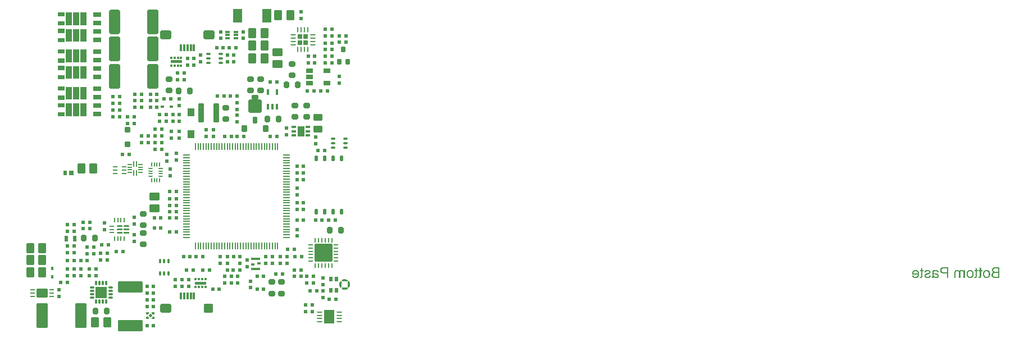
<source format=gbp>
G04*
G04 #@! TF.GenerationSoftware,Altium Limited,Altium Designer,20.0.13 (296)*
G04*
G04 Layer_Color=128*
%FSLAX42Y42*%
%MOMM*%
G71*
G01*
G75*
%ADD13R,0.70X0.70*%
G04:AMPARAMS|DCode=14|XSize=1.1mm|YSize=0.6mm|CornerRadius=0.06mm|HoleSize=0mm|Usage=FLASHONLY|Rotation=0.000|XOffset=0mm|YOffset=0mm|HoleType=Round|Shape=RoundedRectangle|*
%AMROUNDEDRECTD14*
21,1,1.10,0.48,0,0,0.0*
21,1,0.98,0.60,0,0,0.0*
1,1,0.12,0.49,-0.24*
1,1,0.12,-0.49,-0.24*
1,1,0.12,-0.49,0.24*
1,1,0.12,0.49,0.24*
%
%ADD14ROUNDEDRECTD14*%
G04:AMPARAMS|DCode=19|XSize=0.5mm|YSize=0.55mm|CornerRadius=0.09mm|HoleSize=0mm|Usage=FLASHONLY|Rotation=270.000|XOffset=0mm|YOffset=0mm|HoleType=Round|Shape=RoundedRectangle|*
%AMROUNDEDRECTD19*
21,1,0.50,0.38,0,0,270.0*
21,1,0.33,0.55,0,0,270.0*
1,1,0.18,-0.19,-0.16*
1,1,0.18,-0.19,0.16*
1,1,0.18,0.19,0.16*
1,1,0.18,0.19,-0.16*
%
%ADD19ROUNDEDRECTD19*%
G04:AMPARAMS|DCode=20|XSize=0.5mm|YSize=0.55mm|CornerRadius=0.09mm|HoleSize=0mm|Usage=FLASHONLY|Rotation=0.000|XOffset=0mm|YOffset=0mm|HoleType=Round|Shape=RoundedRectangle|*
%AMROUNDEDRECTD20*
21,1,0.50,0.38,0,0,0.0*
21,1,0.33,0.55,0,0,0.0*
1,1,0.18,0.16,-0.19*
1,1,0.18,-0.16,-0.19*
1,1,0.18,-0.16,0.19*
1,1,0.18,0.16,0.19*
%
%ADD20ROUNDEDRECTD20*%
G04:AMPARAMS|DCode=21|XSize=1.15mm|YSize=1.45mm|CornerRadius=0.09mm|HoleSize=0mm|Usage=FLASHONLY|Rotation=270.000|XOffset=0mm|YOffset=0mm|HoleType=Round|Shape=RoundedRectangle|*
%AMROUNDEDRECTD21*
21,1,1.15,1.28,0,0,270.0*
21,1,0.98,1.45,0,0,270.0*
1,1,0.17,-0.64,-0.49*
1,1,0.17,-0.64,0.49*
1,1,0.17,0.64,0.49*
1,1,0.17,0.64,-0.49*
%
%ADD21ROUNDEDRECTD21*%
G04:AMPARAMS|DCode=26|XSize=0.8mm|YSize=0.8mm|CornerRadius=0.08mm|HoleSize=0mm|Usage=FLASHONLY|Rotation=270.000|XOffset=0mm|YOffset=0mm|HoleType=Round|Shape=RoundedRectangle|*
%AMROUNDEDRECTD26*
21,1,0.80,0.64,0,0,270.0*
21,1,0.64,0.80,0,0,270.0*
1,1,0.16,-0.32,-0.32*
1,1,0.16,-0.32,0.32*
1,1,0.16,0.32,0.32*
1,1,0.16,0.32,-0.32*
%
%ADD26ROUNDEDRECTD26*%
G04:AMPARAMS|DCode=28|XSize=0.3mm|YSize=0.7mm|CornerRadius=0.03mm|HoleSize=0mm|Usage=FLASHONLY|Rotation=270.000|XOffset=0mm|YOffset=0mm|HoleType=Round|Shape=RoundedRectangle|*
%AMROUNDEDRECTD28*
21,1,0.30,0.64,0,0,270.0*
21,1,0.24,0.70,0,0,270.0*
1,1,0.06,-0.32,-0.12*
1,1,0.06,-0.32,0.12*
1,1,0.06,0.32,0.12*
1,1,0.06,0.32,-0.12*
%
%ADD28ROUNDEDRECTD28*%
G04:AMPARAMS|DCode=39|XSize=1.15mm|YSize=1.45mm|CornerRadius=0.09mm|HoleSize=0mm|Usage=FLASHONLY|Rotation=180.000|XOffset=0mm|YOffset=0mm|HoleType=Round|Shape=RoundedRectangle|*
%AMROUNDEDRECTD39*
21,1,1.15,1.28,0,0,180.0*
21,1,0.98,1.45,0,0,180.0*
1,1,0.17,-0.49,0.64*
1,1,0.17,0.49,0.64*
1,1,0.17,0.49,-0.64*
1,1,0.17,-0.49,-0.64*
%
%ADD39ROUNDEDRECTD39*%
G04:AMPARAMS|DCode=41|XSize=0.8mm|YSize=0.99mm|CornerRadius=0.14mm|HoleSize=0mm|Usage=FLASHONLY|Rotation=180.000|XOffset=0mm|YOffset=0mm|HoleType=Round|Shape=RoundedRectangle|*
%AMROUNDEDRECTD41*
21,1,0.80,0.71,0,0,180.0*
21,1,0.52,0.99,0,0,180.0*
1,1,0.28,-0.26,0.36*
1,1,0.28,0.26,0.36*
1,1,0.28,0.26,-0.36*
1,1,0.28,-0.26,-0.36*
%
%ADD41ROUNDEDRECTD41*%
G04:AMPARAMS|DCode=46|XSize=0.3mm|YSize=0.66mm|CornerRadius=0.05mm|HoleSize=0mm|Usage=FLASHONLY|Rotation=180.000|XOffset=0mm|YOffset=0mm|HoleType=Round|Shape=RoundedRectangle|*
%AMROUNDEDRECTD46*
21,1,0.30,0.57,0,0,180.0*
21,1,0.21,0.66,0,0,180.0*
1,1,0.09,-0.11,0.28*
1,1,0.09,0.11,0.28*
1,1,0.09,0.11,-0.28*
1,1,0.09,-0.11,-0.28*
%
%ADD46ROUNDEDRECTD46*%
G04:AMPARAMS|DCode=52|XSize=0.8mm|YSize=0.99mm|CornerRadius=0.14mm|HoleSize=0mm|Usage=FLASHONLY|Rotation=90.000|XOffset=0mm|YOffset=0mm|HoleType=Round|Shape=RoundedRectangle|*
%AMROUNDEDRECTD52*
21,1,0.80,0.71,0,0,90.0*
21,1,0.52,0.99,0,0,90.0*
1,1,0.28,0.36,0.26*
1,1,0.28,0.36,-0.26*
1,1,0.28,-0.36,-0.26*
1,1,0.28,-0.36,0.26*
%
%ADD52ROUNDEDRECTD52*%
G04:AMPARAMS|DCode=68|XSize=0.6mm|YSize=0.24mm|CornerRadius=0.04mm|HoleSize=0mm|Usage=FLASHONLY|Rotation=0.000|XOffset=0mm|YOffset=0mm|HoleType=Round|Shape=RoundedRectangle|*
%AMROUNDEDRECTD68*
21,1,0.60,0.17,0,0,0.0*
21,1,0.53,0.24,0,0,0.0*
1,1,0.07,0.26,-0.08*
1,1,0.07,-0.26,-0.08*
1,1,0.07,-0.26,0.08*
1,1,0.07,0.26,0.08*
%
%ADD68ROUNDEDRECTD68*%
G04:AMPARAMS|DCode=69|XSize=0.6mm|YSize=0.24mm|CornerRadius=0.04mm|HoleSize=0mm|Usage=FLASHONLY|Rotation=90.000|XOffset=0mm|YOffset=0mm|HoleType=Round|Shape=RoundedRectangle|*
%AMROUNDEDRECTD69*
21,1,0.60,0.17,0,0,90.0*
21,1,0.53,0.24,0,0,90.0*
1,1,0.07,0.08,0.26*
1,1,0.07,0.08,-0.26*
1,1,0.07,-0.08,-0.26*
1,1,0.07,-0.08,0.26*
%
%ADD69ROUNDEDRECTD69*%
G04:AMPARAMS|DCode=75|XSize=0.6mm|YSize=0.8mm|CornerRadius=0.06mm|HoleSize=0mm|Usage=FLASHONLY|Rotation=180.000|XOffset=0mm|YOffset=0mm|HoleType=Round|Shape=RoundedRectangle|*
%AMROUNDEDRECTD75*
21,1,0.60,0.68,0,0,180.0*
21,1,0.48,0.80,0,0,180.0*
1,1,0.12,-0.24,0.34*
1,1,0.12,0.24,0.34*
1,1,0.12,0.24,-0.34*
1,1,0.12,-0.24,-0.34*
%
%ADD75ROUNDEDRECTD75*%
%ADD84C,0.30*%
%ADD85R,1.65X2.10*%
%ADD86R,1.80X1.80*%
%ADD87P,0.65X4X180.0*%
%ADD88R,1.00X1.60*%
G04:AMPARAMS|DCode=89|XSize=0.4mm|YSize=0.48mm|CornerRadius=0.04mm|HoleSize=0mm|Usage=FLASHONLY|Rotation=0.000|XOffset=0mm|YOffset=0mm|HoleType=Round|Shape=RoundedRectangle|*
%AMROUNDEDRECTD89*
21,1,0.40,0.40,0,0,0.0*
21,1,0.32,0.48,0,0,0.0*
1,1,0.08,0.16,-0.20*
1,1,0.08,-0.16,-0.20*
1,1,0.08,-0.16,0.20*
1,1,0.08,0.16,0.20*
%
%ADD89ROUNDEDRECTD89*%
G04:AMPARAMS|DCode=90|XSize=0.5mm|YSize=0.5mm|CornerRadius=0.05mm|HoleSize=0mm|Usage=FLASHONLY|Rotation=180.000|XOffset=0mm|YOffset=0mm|HoleType=Round|Shape=RoundedRectangle|*
%AMROUNDEDRECTD90*
21,1,0.50,0.40,0,0,180.0*
21,1,0.40,0.50,0,0,180.0*
1,1,0.10,-0.20,0.20*
1,1,0.10,0.20,0.20*
1,1,0.10,0.20,-0.20*
1,1,0.10,-0.20,-0.20*
%
%ADD90ROUNDEDRECTD90*%
G04:AMPARAMS|DCode=91|XSize=0.8mm|YSize=0.25mm|CornerRadius=0.13mm|HoleSize=0mm|Usage=FLASHONLY|Rotation=180.000|XOffset=0mm|YOffset=0mm|HoleType=Round|Shape=RoundedRectangle|*
%AMROUNDEDRECTD91*
21,1,0.80,0.00,0,0,180.0*
21,1,0.55,0.25,0,0,180.0*
1,1,0.25,-0.28,0.00*
1,1,0.25,0.28,0.00*
1,1,0.25,0.28,0.00*
1,1,0.25,-0.28,0.00*
%
%ADD91ROUNDEDRECTD91*%
G04:AMPARAMS|DCode=92|XSize=0.38mm|YSize=0.3mm|CornerRadius=0.03mm|HoleSize=0mm|Usage=FLASHONLY|Rotation=90.000|XOffset=0mm|YOffset=0mm|HoleType=Round|Shape=RoundedRectangle|*
%AMROUNDEDRECTD92*
21,1,0.38,0.24,0,0,90.0*
21,1,0.32,0.30,0,0,90.0*
1,1,0.06,0.12,0.16*
1,1,0.06,0.12,-0.16*
1,1,0.06,-0.12,-0.16*
1,1,0.06,-0.12,0.16*
%
%ADD92ROUNDEDRECTD92*%
G04:AMPARAMS|DCode=93|XSize=0.73mm|YSize=0.52mm|CornerRadius=0.05mm|HoleSize=0mm|Usage=FLASHONLY|Rotation=90.000|XOffset=0mm|YOffset=0mm|HoleType=Round|Shape=RoundedRectangle|*
%AMROUNDEDRECTD93*
21,1,0.73,0.42,0,0,90.0*
21,1,0.62,0.52,0,0,90.0*
1,1,0.10,0.21,0.31*
1,1,0.10,0.21,-0.31*
1,1,0.10,-0.21,-0.31*
1,1,0.10,-0.21,0.31*
%
%ADD93ROUNDEDRECTD93*%
G04:AMPARAMS|DCode=94|XSize=2.68mm|YSize=2.68mm|CornerRadius=0.13mm|HoleSize=0mm|Usage=FLASHONLY|Rotation=90.000|XOffset=0mm|YOffset=0mm|HoleType=Round|Shape=RoundedRectangle|*
%AMROUNDEDRECTD94*
21,1,2.68,2.41,0,0,90.0*
21,1,2.41,2.68,0,0,90.0*
1,1,0.27,1.21,1.21*
1,1,0.27,1.21,-1.21*
1,1,0.27,-1.21,-1.21*
1,1,0.27,-1.21,1.21*
%
%ADD94ROUNDEDRECTD94*%
%ADD95O,0.80X0.25*%
%ADD96O,0.25X0.80*%
G04:AMPARAMS|DCode=97|XSize=0.8mm|YSize=0.5mm|CornerRadius=0.05mm|HoleSize=0mm|Usage=FLASHONLY|Rotation=90.000|XOffset=0mm|YOffset=0mm|HoleType=Round|Shape=RoundedRectangle|*
%AMROUNDEDRECTD97*
21,1,0.80,0.40,0,0,90.0*
21,1,0.70,0.50,0,0,90.0*
1,1,0.10,0.20,0.35*
1,1,0.10,0.20,-0.35*
1,1,0.10,-0.20,-0.35*
1,1,0.10,-0.20,0.35*
%
%ADD97ROUNDEDRECTD97*%
G04:AMPARAMS|DCode=98|XSize=0.3mm|YSize=0.66mm|CornerRadius=0.05mm|HoleSize=0mm|Usage=FLASHONLY|Rotation=90.000|XOffset=0mm|YOffset=0mm|HoleType=Round|Shape=RoundedRectangle|*
%AMROUNDEDRECTD98*
21,1,0.30,0.57,0,0,90.0*
21,1,0.21,0.66,0,0,90.0*
1,1,0.09,0.28,0.11*
1,1,0.09,0.28,-0.11*
1,1,0.09,-0.28,-0.11*
1,1,0.09,-0.28,0.11*
%
%ADD98ROUNDEDRECTD98*%
G04:AMPARAMS|DCode=99|XSize=0.3mm|YSize=0.5mm|CornerRadius=0.03mm|HoleSize=0mm|Usage=FLASHONLY|Rotation=90.000|XOffset=0mm|YOffset=0mm|HoleType=Round|Shape=RoundedRectangle|*
%AMROUNDEDRECTD99*
21,1,0.30,0.44,0,0,90.0*
21,1,0.24,0.50,0,0,90.0*
1,1,0.06,0.22,0.12*
1,1,0.06,0.22,-0.12*
1,1,0.06,-0.22,-0.12*
1,1,0.06,-0.22,0.12*
%
%ADD99ROUNDEDRECTD99*%
G04:AMPARAMS|DCode=100|XSize=0.4mm|YSize=1.4mm|CornerRadius=0.04mm|HoleSize=0mm|Usage=FLASHONLY|Rotation=90.000|XOffset=0mm|YOffset=0mm|HoleType=Round|Shape=RoundedRectangle|*
%AMROUNDEDRECTD100*
21,1,0.40,1.32,0,0,90.0*
21,1,0.32,1.40,0,0,90.0*
1,1,0.08,0.66,0.16*
1,1,0.08,0.66,-0.16*
1,1,0.08,-0.66,-0.16*
1,1,0.08,-0.66,0.16*
%
%ADD100ROUNDEDRECTD100*%
G04:AMPARAMS|DCode=101|XSize=0.25mm|YSize=0.7mm|CornerRadius=0.03mm|HoleSize=0mm|Usage=FLASHONLY|Rotation=270.000|XOffset=0mm|YOffset=0mm|HoleType=Round|Shape=RoundedRectangle|*
%AMROUNDEDRECTD101*
21,1,0.25,0.65,0,0,270.0*
21,1,0.20,0.70,0,0,270.0*
1,1,0.05,-0.33,-0.10*
1,1,0.05,-0.33,0.10*
1,1,0.05,0.33,0.10*
1,1,0.05,0.33,-0.10*
%
%ADD101ROUNDEDRECTD101*%
G04:AMPARAMS|DCode=102|XSize=1.35mm|YSize=1.65mm|CornerRadius=0.14mm|HoleSize=0mm|Usage=FLASHONLY|Rotation=90.000|XOffset=0mm|YOffset=0mm|HoleType=Round|Shape=RoundedRectangle|*
%AMROUNDEDRECTD102*
21,1,1.35,1.38,0,0,90.0*
21,1,1.08,1.65,0,0,90.0*
1,1,0.27,0.69,0.54*
1,1,0.27,0.69,-0.54*
1,1,0.27,-0.69,-0.54*
1,1,0.27,-0.69,0.54*
%
%ADD102ROUNDEDRECTD102*%
G04:AMPARAMS|DCode=103|XSize=1.65mm|YSize=3.68mm|CornerRadius=0.08mm|HoleSize=0mm|Usage=FLASHONLY|Rotation=0.000|XOffset=0mm|YOffset=0mm|HoleType=Round|Shape=RoundedRectangle|*
%AMROUNDEDRECTD103*
21,1,1.65,3.52,0,0,0.0*
21,1,1.49,3.68,0,0,0.0*
1,1,0.17,0.74,-1.76*
1,1,0.17,-0.74,-1.76*
1,1,0.17,-0.74,1.76*
1,1,0.17,0.74,1.76*
%
%ADD103ROUNDEDRECTD103*%
G04:AMPARAMS|DCode=104|XSize=0.3mm|YSize=0.6mm|CornerRadius=0.03mm|HoleSize=0mm|Usage=FLASHONLY|Rotation=270.000|XOffset=0mm|YOffset=0mm|HoleType=Round|Shape=RoundedRectangle|*
%AMROUNDEDRECTD104*
21,1,0.30,0.54,0,0,270.0*
21,1,0.24,0.60,0,0,270.0*
1,1,0.06,-0.27,-0.12*
1,1,0.06,-0.27,0.12*
1,1,0.06,0.27,0.12*
1,1,0.06,0.27,-0.12*
%
%ADD104ROUNDEDRECTD104*%
G04:AMPARAMS|DCode=105|XSize=0.3mm|YSize=0.6mm|CornerRadius=0.03mm|HoleSize=0mm|Usage=FLASHONLY|Rotation=0.000|XOffset=0mm|YOffset=0mm|HoleType=Round|Shape=RoundedRectangle|*
%AMROUNDEDRECTD105*
21,1,0.30,0.54,0,0,0.0*
21,1,0.24,0.60,0,0,0.0*
1,1,0.06,0.12,-0.27*
1,1,0.06,-0.12,-0.27*
1,1,0.06,-0.12,0.27*
1,1,0.06,0.12,0.27*
%
%ADD105ROUNDEDRECTD105*%
G04:AMPARAMS|DCode=106|XSize=0.55mm|YSize=0.8mm|CornerRadius=0.06mm|HoleSize=0mm|Usage=FLASHONLY|Rotation=0.000|XOffset=0mm|YOffset=0mm|HoleType=Round|Shape=RoundedRectangle|*
%AMROUNDEDRECTD106*
21,1,0.55,0.69,0,0,0.0*
21,1,0.44,0.80,0,0,0.0*
1,1,0.11,0.22,-0.35*
1,1,0.11,-0.22,-0.35*
1,1,0.11,-0.22,0.35*
1,1,0.11,0.22,0.35*
%
%ADD106ROUNDEDRECTD106*%
G04:AMPARAMS|DCode=107|XSize=1.65mm|YSize=3.68mm|CornerRadius=0.08mm|HoleSize=0mm|Usage=FLASHONLY|Rotation=270.000|XOffset=0mm|YOffset=0mm|HoleType=Round|Shape=RoundedRectangle|*
%AMROUNDEDRECTD107*
21,1,1.65,3.52,0,0,270.0*
21,1,1.49,3.68,0,0,270.0*
1,1,0.17,-1.76,-0.74*
1,1,0.17,-1.76,0.74*
1,1,0.17,1.76,0.74*
1,1,0.17,1.76,-0.74*
%
%ADD107ROUNDEDRECTD107*%
G04:AMPARAMS|DCode=108|XSize=1.65mm|YSize=1.3mm|CornerRadius=0.13mm|HoleSize=0mm|Usage=FLASHONLY|Rotation=0.000|XOffset=0mm|YOffset=0mm|HoleType=Round|Shape=RoundedRectangle|*
%AMROUNDEDRECTD108*
21,1,1.65,1.04,0,0,0.0*
21,1,1.39,1.30,0,0,0.0*
1,1,0.26,0.69,-0.52*
1,1,0.26,-0.69,-0.52*
1,1,0.26,-0.69,0.52*
1,1,0.26,0.69,0.52*
%
%ADD108ROUNDEDRECTD108*%
G04:AMPARAMS|DCode=109|XSize=1.4mm|YSize=1.3mm|CornerRadius=0.13mm|HoleSize=0mm|Usage=FLASHONLY|Rotation=180.000|XOffset=0mm|YOffset=0mm|HoleType=Round|Shape=RoundedRectangle|*
%AMROUNDEDRECTD109*
21,1,1.40,1.04,0,0,180.0*
21,1,1.14,1.30,0,0,180.0*
1,1,0.26,-0.57,0.52*
1,1,0.26,0.57,0.52*
1,1,0.26,0.57,-0.52*
1,1,0.26,-0.57,-0.52*
%
%ADD109ROUNDEDRECTD109*%
G04:AMPARAMS|DCode=110|XSize=0.3mm|YSize=1mm|CornerRadius=0.03mm|HoleSize=0mm|Usage=FLASHONLY|Rotation=180.000|XOffset=0mm|YOffset=0mm|HoleType=Round|Shape=RoundedRectangle|*
%AMROUNDEDRECTD110*
21,1,0.30,0.94,0,0,180.0*
21,1,0.24,1.00,0,0,180.0*
1,1,0.06,-0.12,0.47*
1,1,0.06,0.12,0.47*
1,1,0.06,0.12,-0.47*
1,1,0.06,-0.12,-0.47*
%
%ADD110ROUNDEDRECTD110*%
G04:AMPARAMS|DCode=111|XSize=0.65mm|YSize=0.7mm|CornerRadius=0.07mm|HoleSize=0mm|Usage=FLASHONLY|Rotation=180.000|XOffset=0mm|YOffset=0mm|HoleType=Round|Shape=RoundedRectangle|*
%AMROUNDEDRECTD111*
21,1,0.65,0.57,0,0,180.0*
21,1,0.52,0.70,0,0,180.0*
1,1,0.13,-0.26,0.28*
1,1,0.13,0.26,0.28*
1,1,0.13,0.26,-0.28*
1,1,0.13,-0.26,-0.28*
%
%ADD111ROUNDEDRECTD111*%
G04:AMPARAMS|DCode=112|XSize=0.45mm|YSize=0.7mm|CornerRadius=0.05mm|HoleSize=0mm|Usage=FLASHONLY|Rotation=180.000|XOffset=0mm|YOffset=0mm|HoleType=Round|Shape=RoundedRectangle|*
%AMROUNDEDRECTD112*
21,1,0.45,0.61,0,0,180.0*
21,1,0.36,0.70,0,0,180.0*
1,1,0.09,-0.18,0.31*
1,1,0.09,0.18,0.31*
1,1,0.09,0.18,-0.31*
1,1,0.09,-0.18,-0.31*
%
%ADD112ROUNDEDRECTD112*%
G04:AMPARAMS|DCode=113|XSize=0.25mm|YSize=0.6mm|CornerRadius=0.03mm|HoleSize=0mm|Usage=FLASHONLY|Rotation=90.000|XOffset=0mm|YOffset=0mm|HoleType=Round|Shape=RoundedRectangle|*
%AMROUNDEDRECTD113*
21,1,0.25,0.55,0,0,90.0*
21,1,0.20,0.60,0,0,90.0*
1,1,0.05,0.28,0.10*
1,1,0.05,0.28,-0.10*
1,1,0.05,-0.28,-0.10*
1,1,0.05,-0.28,0.10*
%
%ADD113ROUNDEDRECTD113*%
G04:AMPARAMS|DCode=114|XSize=0.2mm|YSize=0.9mm|CornerRadius=0.02mm|HoleSize=0mm|Usage=FLASHONLY|Rotation=0.000|XOffset=0mm|YOffset=0mm|HoleType=Round|Shape=RoundedRectangle|*
%AMROUNDEDRECTD114*
21,1,0.20,0.86,0,0,0.0*
21,1,0.16,0.90,0,0,0.0*
1,1,0.04,0.08,-0.43*
1,1,0.04,-0.08,-0.43*
1,1,0.04,-0.08,0.43*
1,1,0.04,0.08,0.43*
%
%ADD114ROUNDEDRECTD114*%
G04:AMPARAMS|DCode=115|XSize=0.2mm|YSize=0.6mm|CornerRadius=0.02mm|HoleSize=0mm|Usage=FLASHONLY|Rotation=270.000|XOffset=0mm|YOffset=0mm|HoleType=Round|Shape=RoundedRectangle|*
%AMROUNDEDRECTD115*
21,1,0.20,0.56,0,0,270.0*
21,1,0.16,0.60,0,0,270.0*
1,1,0.04,-0.28,-0.08*
1,1,0.04,-0.28,0.08*
1,1,0.04,0.28,0.08*
1,1,0.04,0.28,-0.08*
%
%ADD115ROUNDEDRECTD115*%
G04:AMPARAMS|DCode=116|XSize=0.2mm|YSize=0.6mm|CornerRadius=0.05mm|HoleSize=0mm|Usage=FLASHONLY|Rotation=180.000|XOffset=0mm|YOffset=0mm|HoleType=Round|Shape=RoundedRectangle|*
%AMROUNDEDRECTD116*
21,1,0.20,0.50,0,0,180.0*
21,1,0.10,0.60,0,0,180.0*
1,1,0.10,-0.05,0.25*
1,1,0.10,0.05,0.25*
1,1,0.10,0.05,-0.25*
1,1,0.10,-0.05,-0.25*
%
%ADD116ROUNDEDRECTD116*%
G04:AMPARAMS|DCode=117|XSize=0.2mm|YSize=0.6mm|CornerRadius=0.05mm|HoleSize=0mm|Usage=FLASHONLY|Rotation=270.000|XOffset=0mm|YOffset=0mm|HoleType=Round|Shape=RoundedRectangle|*
%AMROUNDEDRECTD117*
21,1,0.20,0.50,0,0,270.0*
21,1,0.10,0.60,0,0,270.0*
1,1,0.10,-0.25,-0.05*
1,1,0.10,-0.25,0.05*
1,1,0.10,0.25,0.05*
1,1,0.10,0.25,-0.05*
%
%ADD117ROUNDEDRECTD117*%
G04:AMPARAMS|DCode=118|XSize=0.2mm|YSize=0.7mm|CornerRadius=0.05mm|HoleSize=0mm|Usage=FLASHONLY|Rotation=270.000|XOffset=0mm|YOffset=0mm|HoleType=Round|Shape=RoundedRectangle|*
%AMROUNDEDRECTD118*
21,1,0.20,0.60,0,0,270.0*
21,1,0.10,0.70,0,0,270.0*
1,1,0.10,-0.30,-0.05*
1,1,0.10,-0.30,0.05*
1,1,0.10,0.30,0.05*
1,1,0.10,0.30,-0.05*
%
%ADD118ROUNDEDRECTD118*%
G04:AMPARAMS|DCode=119|XSize=1.2mm|YSize=1.1mm|CornerRadius=0.11mm|HoleSize=0mm|Usage=FLASHONLY|Rotation=270.000|XOffset=0mm|YOffset=0mm|HoleType=Round|Shape=RoundedRectangle|*
%AMROUNDEDRECTD119*
21,1,1.20,0.88,0,0,270.0*
21,1,0.98,1.10,0,0,270.0*
1,1,0.22,-0.44,-0.49*
1,1,0.22,-0.44,0.49*
1,1,0.22,0.44,0.49*
1,1,0.22,0.44,-0.49*
%
%ADD119ROUNDEDRECTD119*%
G04:AMPARAMS|DCode=120|XSize=1.25mm|YSize=0.65mm|CornerRadius=0.07mm|HoleSize=0mm|Usage=FLASHONLY|Rotation=180.000|XOffset=0mm|YOffset=0mm|HoleType=Round|Shape=RoundedRectangle|*
%AMROUNDEDRECTD120*
21,1,1.25,0.52,0,0,180.0*
21,1,1.12,0.65,0,0,180.0*
1,1,0.13,-0.56,0.26*
1,1,0.13,0.56,0.26*
1,1,0.13,0.56,-0.26*
1,1,0.13,-0.56,-0.26*
%
%ADD120ROUNDEDRECTD120*%
G04:AMPARAMS|DCode=121|XSize=1.65mm|YSize=3.68mm|CornerRadius=0.17mm|HoleSize=0mm|Usage=FLASHONLY|Rotation=180.000|XOffset=0mm|YOffset=0mm|HoleType=Round|Shape=RoundedRectangle|*
%AMROUNDEDRECTD121*
21,1,1.65,3.35,0,0,180.0*
21,1,1.32,3.68,0,0,180.0*
1,1,0.33,-0.66,1.68*
1,1,0.33,0.66,1.68*
1,1,0.33,0.66,-1.68*
1,1,0.33,-0.66,-1.68*
%
%ADD121ROUNDEDRECTD121*%
G04:AMPARAMS|DCode=122|XSize=0.4mm|YSize=0.48mm|CornerRadius=0.04mm|HoleSize=0mm|Usage=FLASHONLY|Rotation=90.000|XOffset=0mm|YOffset=0mm|HoleType=Round|Shape=RoundedRectangle|*
%AMROUNDEDRECTD122*
21,1,0.40,0.40,0,0,90.0*
21,1,0.32,0.48,0,0,90.0*
1,1,0.08,0.20,0.16*
1,1,0.08,0.20,-0.16*
1,1,0.08,-0.20,-0.16*
1,1,0.08,-0.20,0.16*
%
%ADD122ROUNDEDRECTD122*%
G04:AMPARAMS|DCode=123|XSize=0.85mm|YSize=2.8mm|CornerRadius=0.09mm|HoleSize=0mm|Usage=FLASHONLY|Rotation=180.000|XOffset=0mm|YOffset=0mm|HoleType=Round|Shape=RoundedRectangle|*
%AMROUNDEDRECTD123*
21,1,0.85,2.63,0,0,180.0*
21,1,0.68,2.80,0,0,180.0*
1,1,0.17,-0.34,1.32*
1,1,0.17,0.34,1.32*
1,1,0.17,0.34,-1.32*
1,1,0.17,-0.34,-1.32*
%
%ADD123ROUNDEDRECTD123*%
G04:AMPARAMS|DCode=124|XSize=2.1mm|YSize=1.4mm|CornerRadius=0.14mm|HoleSize=0mm|Usage=FLASHONLY|Rotation=270.000|XOffset=0mm|YOffset=0mm|HoleType=Round|Shape=RoundedRectangle|*
%AMROUNDEDRECTD124*
21,1,2.10,1.12,0,0,270.0*
21,1,1.82,1.40,0,0,270.0*
1,1,0.28,-0.56,-0.91*
1,1,0.28,-0.56,0.91*
1,1,0.28,0.56,0.91*
1,1,0.28,0.56,-0.91*
%
%ADD124ROUNDEDRECTD124*%
G04:AMPARAMS|DCode=125|XSize=0.23mm|YSize=0.8mm|CornerRadius=0.12mm|HoleSize=0mm|Usage=FLASHONLY|Rotation=270.000|XOffset=0mm|YOffset=0mm|HoleType=Round|Shape=RoundedRectangle|*
%AMROUNDEDRECTD125*
21,1,0.23,0.57,0,0,270.0*
21,1,0.00,0.80,0,0,270.0*
1,1,0.23,-0.28,0.00*
1,1,0.23,-0.28,0.00*
1,1,0.23,0.28,0.00*
1,1,0.23,0.28,0.00*
%
%ADD125ROUNDEDRECTD125*%
G04:AMPARAMS|DCode=126|XSize=0.8mm|YSize=0.23mm|CornerRadius=0.12mm|HoleSize=0mm|Usage=FLASHONLY|Rotation=270.000|XOffset=0mm|YOffset=0mm|HoleType=Round|Shape=RoundedRectangle|*
%AMROUNDEDRECTD126*
21,1,0.80,0.00,0,0,270.0*
21,1,0.57,0.23,0,0,270.0*
1,1,0.23,0.00,-0.28*
1,1,0.23,0.00,0.28*
1,1,0.23,0.00,0.28*
1,1,0.23,0.00,-0.28*
%
%ADD126ROUNDEDRECTD126*%
G04:AMPARAMS|DCode=127|XSize=0.18mm|YSize=1mm|CornerRadius=0.02mm|HoleSize=0mm|Usage=FLASHONLY|Rotation=270.000|XOffset=0mm|YOffset=0mm|HoleType=Round|Shape=RoundedRectangle|*
%AMROUNDEDRECTD127*
21,1,0.18,0.96,0,0,270.0*
21,1,0.14,1.00,0,0,270.0*
1,1,0.04,-0.48,-0.07*
1,1,0.04,-0.48,0.07*
1,1,0.04,0.48,0.07*
1,1,0.04,0.48,-0.07*
%
%ADD127ROUNDEDRECTD127*%
G04:AMPARAMS|DCode=128|XSize=0.18mm|YSize=1mm|CornerRadius=0.02mm|HoleSize=0mm|Usage=FLASHONLY|Rotation=180.000|XOffset=0mm|YOffset=0mm|HoleType=Round|Shape=RoundedRectangle|*
%AMROUNDEDRECTD128*
21,1,0.18,0.96,0,0,180.0*
21,1,0.14,1.00,0,0,180.0*
1,1,0.04,-0.07,0.48*
1,1,0.04,0.07,0.48*
1,1,0.04,0.07,-0.48*
1,1,0.04,-0.07,-0.48*
%
%ADD128ROUNDEDRECTD128*%
G04:AMPARAMS|DCode=129|XSize=0.9mm|YSize=0.95mm|CornerRadius=0.09mm|HoleSize=0mm|Usage=FLASHONLY|Rotation=0.000|XOffset=0mm|YOffset=0mm|HoleType=Round|Shape=RoundedRectangle|*
%AMROUNDEDRECTD129*
21,1,0.90,0.77,0,0,0.0*
21,1,0.72,0.95,0,0,0.0*
1,1,0.18,0.36,-0.39*
1,1,0.18,-0.36,-0.39*
1,1,0.18,-0.36,0.39*
1,1,0.18,0.36,0.39*
%
%ADD129ROUNDEDRECTD129*%
G04:AMPARAMS|DCode=130|XSize=0.85mm|YSize=0.35mm|CornerRadius=0.02mm|HoleSize=0mm|Usage=FLASHONLY|Rotation=90.000|XOffset=0mm|YOffset=0mm|HoleType=Round|Shape=RoundedRectangle|*
%AMROUNDEDRECTD130*
21,1,0.85,0.32,0,0,90.0*
21,1,0.82,0.35,0,0,90.0*
1,1,0.03,0.16,0.41*
1,1,0.03,0.16,-0.41*
1,1,0.03,-0.16,-0.41*
1,1,0.03,-0.16,0.41*
%
%ADD130ROUNDEDRECTD130*%
G04:AMPARAMS|DCode=131|XSize=0.5mm|YSize=0.5mm|CornerRadius=0.05mm|HoleSize=0mm|Usage=FLASHONLY|Rotation=270.000|XOffset=0mm|YOffset=0mm|HoleType=Round|Shape=RoundedRectangle|*
%AMROUNDEDRECTD131*
21,1,0.50,0.40,0,0,270.0*
21,1,0.40,0.50,0,0,270.0*
1,1,0.10,-0.20,-0.20*
1,1,0.10,-0.20,0.20*
1,1,0.10,0.20,0.20*
1,1,0.10,0.20,-0.20*
%
%ADD131ROUNDEDRECTD131*%
G04:AMPARAMS|DCode=132|XSize=1.35mm|YSize=1mm|CornerRadius=0.1mm|HoleSize=0mm|Usage=FLASHONLY|Rotation=0.000|XOffset=0mm|YOffset=0mm|HoleType=Round|Shape=RoundedRectangle|*
%AMROUNDEDRECTD132*
21,1,1.35,0.80,0,0,0.0*
21,1,1.15,1.00,0,0,0.0*
1,1,0.20,0.58,-0.40*
1,1,0.20,-0.58,-0.40*
1,1,0.20,-0.58,0.40*
1,1,0.20,0.58,0.40*
%
%ADD132ROUNDEDRECTD132*%
G04:AMPARAMS|DCode=133|XSize=0.8mm|YSize=1mm|CornerRadius=0.14mm|HoleSize=0mm|Usage=FLASHONLY|Rotation=270.000|XOffset=0mm|YOffset=0mm|HoleType=Round|Shape=RoundedRectangle|*
%AMROUNDEDRECTD133*
21,1,0.80,0.72,0,0,270.0*
21,1,0.52,1.00,0,0,270.0*
1,1,0.28,-0.36,-0.26*
1,1,0.28,-0.36,0.26*
1,1,0.28,0.36,0.26*
1,1,0.28,0.36,-0.26*
%
%ADD133ROUNDEDRECTD133*%
G04:AMPARAMS|DCode=134|XSize=0.7mm|YSize=0.95mm|CornerRadius=0.07mm|HoleSize=0mm|Usage=FLASHONLY|Rotation=270.000|XOffset=0mm|YOffset=0mm|HoleType=Round|Shape=RoundedRectangle|*
%AMROUNDEDRECTD134*
21,1,0.70,0.81,0,0,270.0*
21,1,0.56,0.95,0,0,270.0*
1,1,0.14,-0.41,-0.28*
1,1,0.14,-0.41,0.28*
1,1,0.14,0.41,0.28*
1,1,0.14,0.41,-0.28*
%
%ADD134ROUNDEDRECTD134*%
G04:AMPARAMS|DCode=135|XSize=0.95mm|YSize=0.65mm|CornerRadius=0.07mm|HoleSize=0mm|Usage=FLASHONLY|Rotation=270.000|XOffset=0mm|YOffset=0mm|HoleType=Round|Shape=RoundedRectangle|*
%AMROUNDEDRECTD135*
21,1,0.95,0.52,0,0,270.0*
21,1,0.82,0.65,0,0,270.0*
1,1,0.13,-0.26,-0.41*
1,1,0.13,-0.26,0.41*
1,1,0.13,0.26,0.41*
1,1,0.13,0.26,-0.41*
%
%ADD135ROUNDEDRECTD135*%
G04:AMPARAMS|DCode=136|XSize=2mm|YSize=1.95mm|CornerRadius=0.2mm|HoleSize=0mm|Usage=FLASHONLY|Rotation=270.000|XOffset=0mm|YOffset=0mm|HoleType=Round|Shape=RoundedRectangle|*
%AMROUNDEDRECTD136*
21,1,2.00,1.56,0,0,270.0*
21,1,1.61,1.95,0,0,270.0*
1,1,0.39,-0.78,-0.81*
1,1,0.39,-0.78,0.81*
1,1,0.39,0.78,0.81*
1,1,0.39,0.78,-0.81*
%
%ADD136ROUNDEDRECTD136*%
G04:AMPARAMS|DCode=137|XSize=0.67mm|YSize=0.3mm|CornerRadius=0.03mm|HoleSize=0mm|Usage=FLASHONLY|Rotation=0.000|XOffset=0mm|YOffset=0mm|HoleType=Round|Shape=RoundedRectangle|*
%AMROUNDEDRECTD137*
21,1,0.67,0.24,0,0,0.0*
21,1,0.61,0.30,0,0,0.0*
1,1,0.06,0.31,-0.12*
1,1,0.06,-0.31,-0.12*
1,1,0.06,-0.31,0.12*
1,1,0.06,0.31,0.12*
%
%ADD137ROUNDEDRECTD137*%
G04:AMPARAMS|DCode=138|XSize=1.65mm|YSize=3.68mm|CornerRadius=0.33mm|HoleSize=0mm|Usage=FLASHONLY|Rotation=180.000|XOffset=0mm|YOffset=0mm|HoleType=Round|Shape=RoundedRectangle|*
%AMROUNDEDRECTD138*
21,1,1.65,3.02,0,0,180.0*
21,1,0.99,3.68,0,0,180.0*
1,1,0.66,-0.50,1.51*
1,1,0.66,0.50,1.51*
1,1,0.66,0.50,-1.51*
1,1,0.66,-0.50,-1.51*
%
%ADD138ROUNDEDRECTD138*%
G36*
X645Y3673D02*
X545Y3672D01*
X545Y3735D01*
X645Y3735D01*
X645Y3673D01*
D02*
G37*
G36*
X975Y3540D02*
X885D01*
Y3730D01*
X975D01*
Y3540D01*
D02*
G37*
G36*
X865D02*
X775D01*
Y3730D01*
X865D01*
Y3540D01*
D02*
G37*
G36*
X755D02*
X665D01*
Y3730D01*
X755D01*
Y3540D01*
D02*
G37*
G36*
X645Y3535D02*
X545Y3535D01*
Y3600D01*
X645Y3600D01*
X645Y3535D01*
D02*
G37*
G36*
Y3485D02*
X645Y3420D01*
X545Y3420D01*
Y3485D01*
X645Y3485D01*
D02*
G37*
G36*
X975Y3290D02*
X885D01*
Y3480D01*
X975D01*
Y3290D01*
D02*
G37*
G36*
X865D02*
X775D01*
Y3480D01*
X865D01*
Y3290D01*
D02*
G37*
G36*
X755D02*
X665D01*
Y3480D01*
X755D01*
Y3290D01*
D02*
G37*
G36*
X645Y3347D02*
X645Y3285D01*
X545Y3285D01*
X545Y3347D01*
X645Y3347D01*
D02*
G37*
G36*
X1618Y1639D02*
X1619Y1638D01*
X1619Y1637D01*
X1619Y1636D01*
X1619Y1622D01*
X1619Y1622D01*
X1619Y1621D01*
X1619Y1620D01*
X1618Y1619D01*
X1616Y1618D01*
X1615Y1618D01*
X1544Y1618D01*
X1544Y1618D01*
X1544Y1618D01*
X1542Y1619D01*
X1541Y1620D01*
X1540Y1621D01*
X1540Y1622D01*
X1540Y1636D01*
X1540Y1636D01*
X1540Y1637D01*
X1541Y1638D01*
X1542Y1639D01*
X1544Y1640D01*
X1544Y1640D01*
X1615Y1640D01*
X1615Y1640D01*
X1616Y1640D01*
X1618Y1639D01*
D02*
G37*
G36*
X1445Y1640D02*
X1516Y1640D01*
X1516Y1640D01*
X1516Y1640D01*
X1518Y1639D01*
X1519Y1638D01*
X1520Y1637D01*
X1520Y1636D01*
X1520Y1622D01*
X1520Y1622D01*
X1520Y1621D01*
X1519Y1620D01*
X1518Y1619D01*
X1516Y1618D01*
X1516Y1618D01*
X1445Y1618D01*
X1445D01*
X1444Y1618D01*
X1442Y1619D01*
X1441Y1620D01*
X1441Y1621D01*
X1441Y1622D01*
X1440Y1636D01*
X1441Y1636D01*
X1441Y1637D01*
X1441Y1638D01*
X1442Y1639D01*
X1444Y1640D01*
X1445Y1640D01*
D02*
G37*
G36*
X1614Y1592D02*
X1615Y1592D01*
X1617Y1591D01*
X1619Y1590D01*
X1620Y1588D01*
X1620Y1587D01*
X1620Y1573D01*
X1620Y1573D01*
Y1572D01*
X1619Y1570D01*
X1617Y1569D01*
X1615Y1568D01*
X1615Y1568D01*
X1546Y1568D01*
Y1568D01*
X1545Y1568D01*
X1543Y1569D01*
X1541Y1570D01*
X1541Y1572D01*
X1541Y1573D01*
X1540Y1587D01*
X1540Y1587D01*
X1540Y1588D01*
X1541Y1590D01*
X1543Y1591D01*
X1545Y1592D01*
X1546Y1592D01*
X1614Y1592D01*
X1614Y1592D01*
D02*
G37*
G36*
X1514Y1592D02*
X1514Y1592D01*
X1515Y1592D01*
X1517Y1591D01*
X1519Y1590D01*
X1519Y1588D01*
X1519Y1587D01*
X1520Y1573D01*
X1519D01*
X1519Y1572D01*
X1519Y1570D01*
X1517Y1569D01*
X1515Y1568D01*
X1514Y1568D01*
X1446Y1568D01*
X1445Y1568D01*
X1445Y1568D01*
X1443Y1569D01*
X1441Y1570D01*
X1440Y1572D01*
X1440Y1573D01*
X1440Y1587D01*
Y1587D01*
Y1588D01*
X1441Y1590D01*
X1443Y1591D01*
X1445Y1592D01*
X1445Y1592D01*
X1514Y1592D01*
D02*
G37*
G36*
X1618Y1541D02*
X1619Y1540D01*
X1619Y1539D01*
X1619Y1538D01*
X1619Y1524D01*
X1619Y1524D01*
X1619Y1523D01*
X1619Y1522D01*
X1618Y1521D01*
X1616Y1520D01*
X1615Y1520D01*
X1544Y1520D01*
X1544Y1520D01*
X1544Y1520D01*
X1542Y1521D01*
X1541Y1522D01*
X1540Y1523D01*
X1540Y1524D01*
X1540Y1538D01*
X1540Y1538D01*
X1540Y1539D01*
X1541Y1540D01*
X1542Y1541D01*
X1544Y1542D01*
X1544Y1542D01*
X1615Y1542D01*
X1615Y1542D01*
X1616Y1542D01*
X1618Y1541D01*
D02*
G37*
G36*
X1445Y1542D02*
X1516Y1542D01*
X1516Y1542D01*
X1516Y1542D01*
X1518Y1541D01*
X1519Y1540D01*
X1520Y1539D01*
X1520Y1538D01*
X1520Y1524D01*
X1520Y1524D01*
X1520Y1523D01*
X1519Y1522D01*
X1518Y1521D01*
X1516Y1520D01*
X1516Y1520D01*
X1445Y1520D01*
X1445D01*
X1444Y1520D01*
X1442Y1521D01*
X1441Y1522D01*
X1441Y1523D01*
X1441Y1524D01*
X1440Y1538D01*
X1441Y1538D01*
X1441Y1539D01*
X1441Y1540D01*
X1442Y1541D01*
X1444Y1542D01*
X1445Y1542D01*
D02*
G37*
G36*
X2785Y750D02*
X2615D01*
Y790D01*
X2785D01*
Y750D01*
D02*
G37*
G36*
X2000Y301D02*
X1974D01*
X1958Y316D01*
X1958Y331D01*
X2000D01*
Y301D01*
D02*
G37*
G36*
X1922Y316D02*
X1907Y301D01*
X1880D01*
Y331D01*
X1922D01*
X1922Y316D01*
D02*
G37*
G36*
X2000Y230D02*
X1958D01*
X1958Y244D01*
X1974Y260D01*
X2000D01*
Y230D01*
D02*
G37*
G36*
X1922Y244D02*
X1922Y230D01*
X1880D01*
Y260D01*
X1907D01*
X1922Y244D01*
D02*
G37*
G36*
X645Y4792D02*
X545Y4792D01*
X545Y4855D01*
X645Y4855D01*
X645Y4792D01*
D02*
G37*
G36*
X975Y4660D02*
X885D01*
Y4850D01*
X975D01*
Y4660D01*
D02*
G37*
G36*
X865D02*
X775D01*
Y4850D01*
X865D01*
Y4660D01*
D02*
G37*
G36*
X755D02*
X665D01*
Y4850D01*
X755D01*
Y4660D01*
D02*
G37*
G36*
X645Y4655D02*
X545Y4655D01*
Y4720D01*
X645Y4720D01*
X645Y4655D01*
D02*
G37*
G36*
Y4605D02*
X645Y4540D01*
X545Y4540D01*
Y4605D01*
X645Y4605D01*
D02*
G37*
G36*
X975Y4410D02*
X885D01*
Y4600D01*
X975D01*
Y4410D01*
D02*
G37*
G36*
X865D02*
X775D01*
Y4600D01*
X865D01*
Y4410D01*
D02*
G37*
G36*
X755D02*
X665D01*
Y4600D01*
X755D01*
Y4410D01*
D02*
G37*
G36*
X645Y4467D02*
X645Y4405D01*
X545Y4405D01*
X545Y4467D01*
X645Y4467D01*
D02*
G37*
G36*
Y4233D02*
X545Y4233D01*
X545Y4295D01*
X645Y4295D01*
X645Y4233D01*
D02*
G37*
G36*
X975Y4100D02*
X885D01*
Y4290D01*
X975D01*
Y4100D01*
D02*
G37*
G36*
X865D02*
X775D01*
Y4290D01*
X865D01*
Y4100D01*
D02*
G37*
G36*
X755D02*
X665D01*
Y4290D01*
X755D01*
Y4100D01*
D02*
G37*
G36*
X645Y4095D02*
X545Y4095D01*
Y4160D01*
X645Y4160D01*
X645Y4095D01*
D02*
G37*
G36*
X2415Y4090D02*
X2245D01*
Y4130D01*
X2415D01*
Y4090D01*
D02*
G37*
G36*
X645Y4045D02*
X645Y3980D01*
X545Y3980D01*
Y4045D01*
X645Y4045D01*
D02*
G37*
G36*
X975Y3850D02*
X885D01*
Y4040D01*
X975D01*
Y3850D01*
D02*
G37*
G36*
X865D02*
X775D01*
Y4040D01*
X865D01*
Y3850D01*
D02*
G37*
G36*
X755D02*
X665D01*
Y4040D01*
X755D01*
Y3850D01*
D02*
G37*
G36*
X645Y3907D02*
X645Y3845D01*
X545Y3845D01*
X545Y3908D01*
X645Y3907D01*
D02*
G37*
G36*
X14171Y968D02*
X14174Y968D01*
X14178Y967D01*
X14181Y966D01*
X14183Y965D01*
X14185Y964D01*
X14187Y964D01*
X14187Y963D01*
X14190Y961D01*
X14193Y959D01*
X14196Y957D01*
X14198Y954D01*
X14199Y953D01*
X14201Y951D01*
X14201Y950D01*
X14202Y949D01*
Y966D01*
X14219D01*
Y850D01*
X14199D01*
Y910D01*
X14199Y916D01*
X14199Y921D01*
X14199Y925D01*
X14198Y928D01*
X14197Y931D01*
X14197Y933D01*
X14196Y934D01*
X14196Y934D01*
X14195Y937D01*
X14193Y940D01*
X14192Y942D01*
X14190Y944D01*
X14188Y945D01*
X14187Y946D01*
X14186Y947D01*
X14186Y947D01*
X14183Y949D01*
X14181Y950D01*
X14178Y950D01*
X14176Y951D01*
X14174Y951D01*
X14172Y952D01*
X14171D01*
X14167Y951D01*
X14164Y951D01*
X14161Y949D01*
X14159Y948D01*
X14157Y947D01*
X14156Y946D01*
X14155Y945D01*
X14155Y945D01*
X14153Y942D01*
X14152Y939D01*
X14151Y936D01*
X14151Y933D01*
X14150Y930D01*
X14150Y927D01*
Y926D01*
Y926D01*
Y925D01*
Y925D01*
Y850D01*
X14131D01*
Y917D01*
X14130Y924D01*
X14129Y929D01*
X14128Y933D01*
X14126Y937D01*
X14125Y940D01*
X14124Y942D01*
X14123Y943D01*
X14122Y943D01*
X14119Y946D01*
X14116Y948D01*
X14112Y949D01*
X14109Y951D01*
X14106Y951D01*
X14104Y951D01*
X14103Y952D01*
X14102D01*
X14099Y951D01*
X14097Y951D01*
X14095Y951D01*
X14093Y950D01*
X14092Y949D01*
X14091Y949D01*
X14090Y949D01*
X14090Y948D01*
X14088Y947D01*
X14087Y946D01*
X14086Y944D01*
X14085Y943D01*
X14084Y942D01*
X14084Y941D01*
X14083Y940D01*
Y940D01*
X14082Y938D01*
X14082Y935D01*
X14082Y932D01*
X14081Y929D01*
X14081Y927D01*
Y925D01*
Y923D01*
Y923D01*
Y923D01*
Y850D01*
X14062D01*
Y930D01*
Y933D01*
X14062Y937D01*
X14062Y940D01*
X14063Y943D01*
X14064Y945D01*
X14065Y948D01*
X14065Y950D01*
X14066Y952D01*
X14067Y953D01*
X14068Y955D01*
X14069Y957D01*
X14070Y959D01*
X14071Y959D01*
X14075Y962D01*
X14079Y965D01*
X14083Y966D01*
X14087Y968D01*
X14091Y968D01*
X14093Y968D01*
X14095D01*
X14096Y969D01*
X14097D01*
X14102Y968D01*
X14105Y968D01*
X14109Y967D01*
X14112Y965D01*
X14116Y964D01*
X14119Y962D01*
X14121Y960D01*
X14124Y959D01*
X14126Y956D01*
X14128Y955D01*
X14130Y953D01*
X14131Y951D01*
X14132Y950D01*
X14133Y949D01*
X14133Y948D01*
X14134Y948D01*
X14135Y952D01*
X14137Y955D01*
X14139Y957D01*
X14141Y959D01*
X14143Y961D01*
X14144Y962D01*
X14145Y963D01*
X14145Y963D01*
X14149Y965D01*
X14152Y966D01*
X14155Y967D01*
X14159Y968D01*
X14162Y968D01*
X14164Y969D01*
X14166D01*
X14171Y968D01*
D02*
G37*
G36*
X13777D02*
X13782Y968D01*
X13787Y967D01*
X13791Y967D01*
X13794Y966D01*
X13796Y965D01*
X13797Y965D01*
X13798Y965D01*
X13798Y965D01*
X13798D01*
X13802Y963D01*
X13806Y961D01*
X13809Y959D01*
X13811Y957D01*
X13813Y955D01*
X13814Y954D01*
X13815Y953D01*
X13816Y953D01*
X13818Y950D01*
X13820Y946D01*
X13821Y943D01*
X13822Y940D01*
X13823Y937D01*
X13824Y935D01*
X13824Y934D01*
Y934D01*
X13824Y933D01*
Y933D01*
X13805Y931D01*
X13804Y935D01*
X13802Y938D01*
X13801Y941D01*
X13799Y944D01*
X13798Y946D01*
X13797Y947D01*
X13796Y947D01*
X13795Y948D01*
X13793Y949D01*
X13789Y950D01*
X13786Y951D01*
X13783Y952D01*
X13779Y952D01*
X13777Y953D01*
X13775D01*
X13770Y952D01*
X13765Y952D01*
X13761Y950D01*
X13758Y949D01*
X13756Y948D01*
X13754Y947D01*
X13753Y946D01*
X13752Y946D01*
X13751Y944D01*
X13749Y941D01*
X13748Y938D01*
X13747Y936D01*
X13747Y933D01*
X13747Y931D01*
Y929D01*
Y929D01*
Y929D01*
Y928D01*
Y928D01*
Y926D01*
X13747Y925D01*
Y924D01*
Y924D01*
X13749Y923D01*
X13752Y922D01*
X13757Y921D01*
X13763Y920D01*
X13769Y919D01*
X13771Y918D01*
X13774Y918D01*
X13776Y918D01*
X13778Y917D01*
X13780Y917D01*
X13781D01*
X13782Y917D01*
X13782D01*
X13786Y916D01*
X13790Y916D01*
X13793Y915D01*
X13795Y915D01*
X13797Y915D01*
X13798Y914D01*
X13799Y914D01*
X13799D01*
X13802Y913D01*
X13805Y912D01*
X13807Y911D01*
X13810Y910D01*
X13811Y909D01*
X13813Y908D01*
X13813Y908D01*
X13814Y907D01*
X13816Y906D01*
X13818Y904D01*
X13820Y902D01*
X13821Y900D01*
X13822Y899D01*
X13823Y897D01*
X13824Y896D01*
X13824Y896D01*
X13825Y894D01*
X13826Y891D01*
X13827Y888D01*
X13827Y886D01*
X13827Y884D01*
X13828Y882D01*
Y881D01*
Y881D01*
X13827Y878D01*
X13827Y875D01*
X13826Y871D01*
X13824Y867D01*
X13823Y863D01*
X13821Y860D01*
X13819Y858D01*
X13818Y857D01*
X13817Y857D01*
X13813Y854D01*
X13809Y851D01*
X13804Y850D01*
X13799Y849D01*
X13795Y848D01*
X13793Y848D01*
X13791D01*
X13790Y847D01*
X13788D01*
X13784Y848D01*
X13780Y848D01*
X13776Y849D01*
X13773Y849D01*
X13770Y850D01*
X13768Y851D01*
X13767Y851D01*
X13766Y851D01*
X13762Y853D01*
X13759Y855D01*
X13755Y857D01*
X13752Y859D01*
X13749Y861D01*
X13747Y863D01*
X13745Y864D01*
X13745Y865D01*
X13745D01*
X13745Y862D01*
X13744Y859D01*
X13744Y856D01*
X13743Y854D01*
X13742Y852D01*
X13742Y851D01*
X13742Y850D01*
X13741Y850D01*
X13721D01*
X13722Y853D01*
X13723Y855D01*
X13724Y857D01*
X13724Y859D01*
X13725Y861D01*
X13725Y863D01*
X13726Y864D01*
Y864D01*
X13726Y866D01*
X13726Y868D01*
Y870D01*
X13726Y872D01*
X13726Y878D01*
Y884D01*
X13727Y890D01*
Y892D01*
Y894D01*
Y896D01*
Y897D01*
Y898D01*
Y899D01*
Y925D01*
Y929D01*
X13727Y933D01*
X13727Y936D01*
Y939D01*
X13727Y941D01*
X13728Y942D01*
X13728Y943D01*
Y943D01*
X13729Y946D01*
X13730Y949D01*
X13730Y951D01*
X13732Y953D01*
X13733Y954D01*
X13733Y955D01*
X13734Y956D01*
X13734Y956D01*
X13736Y958D01*
X13738Y960D01*
X13740Y961D01*
X13742Y963D01*
X13745Y964D01*
X13746Y964D01*
X13747Y965D01*
X13748Y965D01*
X13751Y966D01*
X13755Y967D01*
X13759Y968D01*
X13763Y968D01*
X13767Y968D01*
X13769Y969D01*
X13772D01*
X13777Y968D01*
D02*
G37*
G36*
X14465Y995D02*
Y966D01*
X14479D01*
Y951D01*
X14465D01*
Y884D01*
Y881D01*
Y878D01*
X14464Y875D01*
X14464Y873D01*
Y871D01*
X14464Y869D01*
X14463Y866D01*
X14463Y863D01*
X14463Y862D01*
X14462Y861D01*
Y861D01*
X14461Y859D01*
X14460Y857D01*
X14459Y855D01*
X14457Y854D01*
X14456Y853D01*
X14455Y852D01*
X14454Y852D01*
X14454Y852D01*
X14452Y850D01*
X14449Y850D01*
X14446Y849D01*
X14444Y849D01*
X14441Y849D01*
X14439Y848D01*
X14438D01*
X14432Y849D01*
X14430Y849D01*
X14428Y849D01*
X14426Y850D01*
X14424Y850D01*
X14423Y850D01*
X14423D01*
X14425Y867D01*
X14427Y867D01*
X14429Y867D01*
X14430D01*
X14432Y867D01*
X14434D01*
X14437Y867D01*
X14439Y867D01*
X14440Y868D01*
X14441Y868D01*
X14442Y869D01*
X14443Y870D01*
X14444Y871D01*
X14444Y872D01*
X14444Y873D01*
X14445Y875D01*
X14445Y878D01*
X14445Y880D01*
Y881D01*
Y882D01*
Y883D01*
Y951D01*
X14425D01*
Y966D01*
X14445D01*
Y1007D01*
X14465Y995D01*
D02*
G37*
G36*
X14402D02*
Y966D01*
X14417D01*
Y951D01*
X14402D01*
Y884D01*
Y881D01*
Y878D01*
X14402Y875D01*
X14402Y873D01*
Y871D01*
X14402Y869D01*
X14401Y866D01*
X14401Y863D01*
X14401Y862D01*
X14400Y861D01*
Y861D01*
X14399Y859D01*
X14398Y857D01*
X14396Y855D01*
X14395Y854D01*
X14394Y853D01*
X14393Y852D01*
X14392Y852D01*
X14392Y852D01*
X14389Y850D01*
X14387Y850D01*
X14384Y849D01*
X14381Y849D01*
X14379Y849D01*
X14377Y848D01*
X14375D01*
X14370Y849D01*
X14368Y849D01*
X14365Y849D01*
X14363Y850D01*
X14362Y850D01*
X14361Y850D01*
X14360D01*
X14363Y867D01*
X14365Y867D01*
X14367Y867D01*
X14368D01*
X14369Y867D01*
X14372D01*
X14375Y867D01*
X14377Y867D01*
X14378Y868D01*
X14378Y868D01*
X14380Y869D01*
X14381Y870D01*
X14382Y871D01*
X14382Y872D01*
X14382Y873D01*
X14382Y875D01*
X14382Y878D01*
X14383Y880D01*
Y881D01*
Y882D01*
Y883D01*
Y951D01*
X14363D01*
Y966D01*
X14383D01*
Y1007D01*
X14402Y995D01*
D02*
G37*
G36*
X13581D02*
Y966D01*
X13596D01*
Y951D01*
X13581D01*
Y884D01*
Y881D01*
Y878D01*
X13581Y875D01*
X13581Y873D01*
Y871D01*
X13580Y869D01*
X13580Y866D01*
X13580Y863D01*
X13579Y862D01*
X13579Y861D01*
Y861D01*
X13578Y859D01*
X13577Y857D01*
X13575Y855D01*
X13574Y854D01*
X13573Y853D01*
X13572Y852D01*
X13571Y852D01*
X13571Y852D01*
X13568Y850D01*
X13566Y850D01*
X13563Y849D01*
X13560Y849D01*
X13558Y849D01*
X13556Y848D01*
X13554D01*
X13549Y849D01*
X13546Y849D01*
X13544Y849D01*
X13542Y850D01*
X13540Y850D01*
X13540Y850D01*
X13539D01*
X13542Y867D01*
X13543Y867D01*
X13545Y867D01*
X13547D01*
X13548Y867D01*
X13550D01*
X13553Y867D01*
X13555Y867D01*
X13557Y868D01*
X13557Y868D01*
X13559Y869D01*
X13560Y870D01*
X13560Y871D01*
X13561Y872D01*
X13561Y873D01*
X13561Y875D01*
X13561Y878D01*
X13562Y880D01*
Y881D01*
Y882D01*
Y883D01*
Y951D01*
X13542D01*
Y966D01*
X13562D01*
Y1007D01*
X13581Y995D01*
D02*
G37*
G36*
X13479Y968D02*
X13483Y968D01*
X13487Y967D01*
X13491Y966D01*
X13494Y965D01*
X13498Y964D01*
X13501Y962D01*
X13503Y961D01*
X13506Y959D01*
X13508Y958D01*
X13510Y956D01*
X13511Y955D01*
X13512Y954D01*
X13513Y953D01*
X13514Y953D01*
X13514Y953D01*
X13516Y949D01*
X13519Y946D01*
X13521Y942D01*
X13523Y939D01*
X13524Y935D01*
X13525Y931D01*
X13527Y924D01*
X13528Y920D01*
X13528Y917D01*
X13528Y914D01*
X13529Y912D01*
X13529Y910D01*
Y908D01*
Y907D01*
Y907D01*
X13529Y902D01*
X13528Y897D01*
X13527Y892D01*
X13527Y888D01*
X13525Y884D01*
X13524Y881D01*
X13523Y877D01*
X13521Y874D01*
X13520Y872D01*
X13519Y869D01*
X13518Y868D01*
X13516Y866D01*
X13515Y865D01*
X13515Y864D01*
X13514Y863D01*
X13514Y863D01*
X13511Y860D01*
X13508Y858D01*
X13505Y856D01*
X13501Y854D01*
X13498Y853D01*
X13495Y851D01*
X13488Y849D01*
X13485Y849D01*
X13482Y848D01*
X13480Y848D01*
X13478Y848D01*
X13476Y847D01*
X13474D01*
X13466Y848D01*
X13460Y849D01*
X13454Y850D01*
X13452Y851D01*
X13450Y852D01*
X13447Y853D01*
X13446Y854D01*
X13444Y855D01*
X13443Y856D01*
X13442Y856D01*
X13441Y857D01*
X13441Y857D01*
X13440D01*
X13436Y861D01*
X13432Y866D01*
X13429Y870D01*
X13427Y875D01*
X13425Y879D01*
X13424Y881D01*
X13423Y882D01*
X13423Y883D01*
X13423Y884D01*
X13422Y885D01*
Y885D01*
X13443Y887D01*
X13445Y883D01*
X13447Y879D01*
X13449Y876D01*
X13451Y874D01*
X13452Y872D01*
X13454Y870D01*
X13455Y869D01*
X13455Y869D01*
X13458Y867D01*
X13461Y866D01*
X13464Y865D01*
X13467Y864D01*
X13470Y864D01*
X13472Y864D01*
X13474D01*
X13476Y864D01*
X13479Y864D01*
X13484Y865D01*
X13488Y867D01*
X13491Y869D01*
X13494Y870D01*
X13496Y872D01*
X13498Y873D01*
X13498Y874D01*
X13498D01*
X13501Y878D01*
X13504Y882D01*
X13506Y887D01*
X13507Y892D01*
X13508Y896D01*
X13508Y898D01*
X13509Y900D01*
Y901D01*
X13509Y902D01*
Y903D01*
Y903D01*
X13422D01*
X13422Y905D01*
Y907D01*
Y908D01*
Y908D01*
X13422Y913D01*
X13422Y918D01*
X13423Y923D01*
X13424Y927D01*
X13425Y931D01*
X13426Y935D01*
X13428Y938D01*
X13429Y941D01*
X13431Y944D01*
X13432Y946D01*
X13433Y948D01*
X13434Y950D01*
X13435Y951D01*
X13436Y952D01*
X13436Y953D01*
X13437Y953D01*
X13439Y956D01*
X13442Y958D01*
X13446Y960D01*
X13449Y962D01*
X13452Y964D01*
X13455Y965D01*
X13458Y966D01*
X13461Y967D01*
X13464Y967D01*
X13467Y968D01*
X13469Y968D01*
X13471Y968D01*
X13472Y969D01*
X13475D01*
X13479Y968D01*
D02*
G37*
G36*
X14740Y850D02*
X14679D01*
X14673Y850D01*
X14668Y850D01*
X14664Y851D01*
X14660Y851D01*
X14657Y852D01*
X14655Y852D01*
X14654Y853D01*
X14653D01*
X14649Y854D01*
X14646Y855D01*
X14643Y856D01*
X14641Y858D01*
X14638Y859D01*
X14637Y859D01*
X14636Y860D01*
X14636Y860D01*
X14633Y862D01*
X14631Y865D01*
X14629Y868D01*
X14627Y870D01*
X14626Y872D01*
X14625Y874D01*
X14624Y875D01*
X14624Y875D01*
X14622Y879D01*
X14621Y883D01*
X14620Y886D01*
X14620Y890D01*
X14619Y892D01*
X14619Y895D01*
Y896D01*
Y896D01*
Y897D01*
X14619Y902D01*
X14620Y906D01*
X14622Y910D01*
X14623Y914D01*
X14624Y917D01*
X14626Y919D01*
X14627Y920D01*
X14627Y921D01*
X14630Y924D01*
X14634Y927D01*
X14637Y930D01*
X14641Y932D01*
X14644Y934D01*
X14647Y934D01*
X14648Y935D01*
X14649Y935D01*
X14649Y935D01*
X14649D01*
X14645Y938D01*
X14642Y940D01*
X14639Y943D01*
X14637Y945D01*
X14635Y947D01*
X14634Y949D01*
X14633Y949D01*
X14633Y950D01*
X14631Y953D01*
X14629Y957D01*
X14628Y960D01*
X14628Y963D01*
X14627Y965D01*
X14627Y968D01*
Y969D01*
Y969D01*
X14627Y973D01*
X14628Y977D01*
X14629Y981D01*
X14630Y984D01*
X14631Y987D01*
X14632Y988D01*
X14633Y990D01*
X14633Y990D01*
X14636Y994D01*
X14639Y997D01*
X14642Y999D01*
X14644Y1002D01*
X14647Y1003D01*
X14649Y1004D01*
X14650Y1005D01*
X14650Y1005D01*
X14651D01*
X14655Y1007D01*
X14660Y1008D01*
X14665Y1009D01*
X14669Y1009D01*
X14674Y1010D01*
X14675D01*
X14677Y1010D01*
X14740D01*
Y850D01*
D02*
G37*
G36*
X13968D02*
X13946D01*
Y915D01*
X13905D01*
X13899Y915D01*
X13894Y916D01*
X13888Y916D01*
X13884Y917D01*
X13879Y918D01*
X13876Y919D01*
X13872Y921D01*
X13869Y922D01*
X13867Y923D01*
X13864Y925D01*
X13863Y926D01*
X13861Y927D01*
X13860Y928D01*
X13859Y928D01*
X13859Y929D01*
X13859Y929D01*
X13856Y932D01*
X13854Y935D01*
X13853Y937D01*
X13851Y940D01*
X13850Y943D01*
X13849Y946D01*
X13847Y952D01*
X13847Y954D01*
X13846Y956D01*
X13846Y959D01*
X13846Y960D01*
X13845Y962D01*
Y963D01*
Y963D01*
Y964D01*
X13846Y968D01*
X13846Y972D01*
X13847Y976D01*
X13848Y979D01*
X13849Y982D01*
X13850Y984D01*
X13850Y985D01*
X13850Y986D01*
X13852Y989D01*
X13854Y992D01*
X13857Y995D01*
X13859Y997D01*
X13860Y999D01*
X13862Y1000D01*
X13863Y1001D01*
X13863Y1001D01*
X13866Y1003D01*
X13870Y1004D01*
X13873Y1006D01*
X13876Y1007D01*
X13879Y1008D01*
X13881Y1008D01*
X13882Y1009D01*
X13883D01*
X13886Y1009D01*
X13890Y1009D01*
X13894Y1010D01*
X13898Y1010D01*
X13902Y1010D01*
X13968D01*
Y850D01*
D02*
G37*
G36*
X14549Y968D02*
X14553Y968D01*
X14560Y967D01*
X14566Y965D01*
X14569Y963D01*
X14572Y962D01*
X14574Y961D01*
X14576Y960D01*
X14578Y959D01*
X14579Y958D01*
X14580Y957D01*
X14581Y956D01*
X14582Y956D01*
X14582Y956D01*
X14585Y953D01*
X14588Y949D01*
X14590Y946D01*
X14592Y942D01*
X14594Y938D01*
X14595Y934D01*
X14597Y930D01*
X14597Y926D01*
X14598Y922D01*
X14599Y919D01*
X14599Y916D01*
X14600Y913D01*
Y911D01*
X14600Y909D01*
Y909D01*
Y908D01*
X14600Y903D01*
X14599Y898D01*
X14598Y893D01*
X14597Y889D01*
X14596Y885D01*
X14595Y881D01*
X14594Y878D01*
X14592Y875D01*
X14591Y872D01*
X14590Y869D01*
X14588Y868D01*
X14587Y866D01*
X14586Y865D01*
X14586Y864D01*
X14585Y863D01*
X14585Y863D01*
X14582Y860D01*
X14579Y858D01*
X14576Y856D01*
X14572Y854D01*
X14569Y853D01*
X14566Y851D01*
X14560Y849D01*
X14557Y849D01*
X14554Y848D01*
X14552Y848D01*
X14550Y848D01*
X14548Y847D01*
X14545D01*
X14540Y848D01*
X14535Y849D01*
X14530Y850D01*
X14526Y851D01*
X14522Y852D01*
X14521Y853D01*
X14520Y853D01*
X14519Y854D01*
X14518Y854D01*
X14518Y854D01*
X14518D01*
X14513Y857D01*
X14509Y861D01*
X14506Y864D01*
X14503Y867D01*
X14501Y870D01*
X14499Y872D01*
X14499Y873D01*
X14498Y874D01*
X14498Y874D01*
Y874D01*
X14496Y880D01*
X14494Y885D01*
X14493Y891D01*
X14492Y897D01*
X14491Y900D01*
Y902D01*
X14491Y904D01*
X14491Y906D01*
Y908D01*
Y909D01*
Y909D01*
Y910D01*
X14491Y915D01*
X14492Y919D01*
X14492Y924D01*
X14493Y928D01*
X14494Y932D01*
X14496Y935D01*
X14497Y939D01*
X14499Y942D01*
X14500Y944D01*
X14501Y946D01*
X14503Y949D01*
X14504Y950D01*
X14505Y951D01*
X14506Y952D01*
X14506Y953D01*
X14506Y953D01*
X14509Y956D01*
X14512Y958D01*
X14516Y960D01*
X14519Y962D01*
X14522Y964D01*
X14525Y965D01*
X14532Y967D01*
X14535Y967D01*
X14537Y968D01*
X14539Y968D01*
X14541Y968D01*
X14543Y969D01*
X14545D01*
X14549Y968D01*
D02*
G37*
G36*
X14300D02*
X14304Y968D01*
X14311Y967D01*
X14317Y965D01*
X14320Y963D01*
X14323Y962D01*
X14325Y961D01*
X14327Y960D01*
X14329Y959D01*
X14330Y958D01*
X14331Y957D01*
X14332Y956D01*
X14333Y956D01*
X14333Y956D01*
X14336Y953D01*
X14339Y949D01*
X14341Y946D01*
X14343Y942D01*
X14345Y938D01*
X14346Y934D01*
X14348Y930D01*
X14348Y926D01*
X14349Y922D01*
X14350Y919D01*
X14350Y916D01*
X14351Y913D01*
Y911D01*
X14351Y909D01*
Y909D01*
Y908D01*
X14351Y903D01*
X14350Y898D01*
X14349Y893D01*
X14348Y889D01*
X14347Y885D01*
X14346Y881D01*
X14345Y878D01*
X14343Y875D01*
X14342Y872D01*
X14341Y869D01*
X14339Y868D01*
X14338Y866D01*
X14337Y865D01*
X14337Y864D01*
X14336Y863D01*
X14336Y863D01*
X14333Y860D01*
X14330Y858D01*
X14327Y856D01*
X14323Y854D01*
X14320Y853D01*
X14317Y851D01*
X14311Y849D01*
X14308Y849D01*
X14305Y848D01*
X14303Y848D01*
X14301Y848D01*
X14299Y847D01*
X14296D01*
X14291Y848D01*
X14286Y849D01*
X14281Y850D01*
X14277Y851D01*
X14274Y852D01*
X14272Y853D01*
X14271Y853D01*
X14270Y854D01*
X14269Y854D01*
X14269Y854D01*
X14269D01*
X14264Y857D01*
X14260Y861D01*
X14257Y864D01*
X14254Y867D01*
X14252Y870D01*
X14250Y872D01*
X14250Y873D01*
X14249Y874D01*
X14249Y874D01*
Y874D01*
X14247Y880D01*
X14245Y885D01*
X14244Y891D01*
X14243Y897D01*
X14243Y900D01*
Y902D01*
X14242Y904D01*
X14242Y906D01*
Y908D01*
Y909D01*
Y909D01*
Y910D01*
X14242Y915D01*
X14243Y919D01*
X14243Y924D01*
X14244Y928D01*
X14246Y932D01*
X14247Y935D01*
X14248Y939D01*
X14250Y942D01*
X14251Y944D01*
X14252Y946D01*
X14254Y949D01*
X14255Y950D01*
X14256Y951D01*
X14257Y952D01*
X14257Y953D01*
X14257Y953D01*
X14260Y956D01*
X14263Y958D01*
X14267Y960D01*
X14270Y962D01*
X14273Y964D01*
X14276Y965D01*
X14283Y967D01*
X14286Y967D01*
X14288Y968D01*
X14290Y968D01*
X14292Y968D01*
X14294Y969D01*
X14296D01*
X14300Y968D01*
D02*
G37*
G36*
X13665Y968D02*
X13668Y968D01*
X13670Y968D01*
X13672Y967D01*
X13674Y967D01*
X13675Y966D01*
X13675Y966D01*
X13678Y965D01*
X13681Y964D01*
X13683Y963D01*
X13685Y962D01*
X13686Y962D01*
X13687Y961D01*
X13688Y961D01*
X13688Y961D01*
X13690Y959D01*
X13692Y957D01*
X13694Y955D01*
X13695Y953D01*
X13696Y952D01*
X13697Y951D01*
X13697Y950D01*
X13698Y949D01*
X13699Y947D01*
X13700Y945D01*
X13700Y942D01*
X13701Y940D01*
X13701Y938D01*
X13701Y937D01*
Y936D01*
Y935D01*
X13701Y932D01*
X13700Y929D01*
X13700Y926D01*
X13699Y924D01*
X13698Y922D01*
X13698Y921D01*
X13697Y920D01*
X13697Y919D01*
X13695Y917D01*
X13693Y915D01*
X13691Y913D01*
X13689Y911D01*
X13687Y910D01*
X13686Y909D01*
X13685Y909D01*
X13684Y909D01*
X13683Y908D01*
X13680Y907D01*
X13676Y905D01*
X13671Y904D01*
X13666Y902D01*
X13661Y901D01*
X13659Y900D01*
X13658Y900D01*
X13656Y900D01*
X13655Y899D01*
X13654Y899D01*
X13654D01*
X13651Y898D01*
X13649Y898D01*
X13646Y897D01*
X13644Y896D01*
X13642Y896D01*
X13641Y895D01*
X13638Y894D01*
X13636Y894D01*
X13635Y893D01*
X13634Y893D01*
X13634Y892D01*
X13632Y891D01*
X13630Y889D01*
X13629Y887D01*
X13629Y886D01*
X13628Y884D01*
X13628Y883D01*
Y882D01*
Y882D01*
X13628Y879D01*
X13629Y877D01*
X13630Y875D01*
X13631Y873D01*
X13633Y871D01*
X13633Y870D01*
X13634Y869D01*
X13635Y869D01*
X13637Y867D01*
X13640Y866D01*
X13644Y865D01*
X13647Y864D01*
X13650Y864D01*
X13652Y864D01*
X13655D01*
X13660Y864D01*
X13664Y865D01*
X13667Y866D01*
X13670Y867D01*
X13673Y868D01*
X13674Y869D01*
X13675Y869D01*
X13676Y870D01*
X13678Y872D01*
X13680Y875D01*
X13682Y878D01*
X13683Y881D01*
X13684Y884D01*
X13684Y886D01*
X13685Y887D01*
Y887D01*
Y888D01*
X13704Y885D01*
X13703Y878D01*
X13701Y872D01*
X13698Y868D01*
X13695Y864D01*
X13693Y861D01*
X13691Y859D01*
X13690Y857D01*
X13689Y857D01*
X13689Y857D01*
X13687Y855D01*
X13684Y854D01*
X13679Y851D01*
X13673Y850D01*
X13667Y849D01*
X13665Y848D01*
X13663Y848D01*
X13660Y848D01*
X13658D01*
X13657Y847D01*
X13655D01*
X13650Y848D01*
X13645Y848D01*
X13641Y849D01*
X13637Y850D01*
X13634Y851D01*
X13632Y851D01*
X13631Y852D01*
X13630Y852D01*
X13630D01*
X13626Y854D01*
X13623Y856D01*
X13620Y859D01*
X13618Y861D01*
X13616Y862D01*
X13615Y864D01*
X13614Y865D01*
X13614Y866D01*
X13612Y869D01*
X13610Y872D01*
X13609Y875D01*
X13608Y878D01*
X13608Y881D01*
X13608Y882D01*
Y884D01*
Y884D01*
X13608Y888D01*
X13608Y891D01*
X13609Y894D01*
X13610Y896D01*
X13611Y898D01*
X13612Y900D01*
X13612Y901D01*
X13613Y901D01*
X13615Y903D01*
X13617Y905D01*
X13619Y907D01*
X13621Y909D01*
X13623Y910D01*
X13624Y910D01*
X13625Y911D01*
X13626Y911D01*
X13627Y912D01*
X13629Y912D01*
X13633Y914D01*
X13638Y916D01*
X13643Y917D01*
X13648Y918D01*
X13650Y919D01*
X13651Y919D01*
X13653Y920D01*
X13654Y920D01*
X13655Y920D01*
X13655D01*
X13657Y921D01*
X13660Y922D01*
X13662Y922D01*
X13664Y923D01*
X13667Y924D01*
X13669Y924D01*
X13670Y925D01*
X13671Y925D01*
X13672Y925D01*
X13672D01*
X13674Y926D01*
X13676Y927D01*
X13677Y928D01*
X13678Y929D01*
X13679Y929D01*
X13679Y930D01*
X13680Y930D01*
X13680Y931D01*
X13681Y933D01*
X13682Y935D01*
Y936D01*
X13682Y937D01*
Y937D01*
Y937D01*
X13682Y940D01*
X13681Y942D01*
X13680Y943D01*
X13679Y945D01*
X13678Y946D01*
X13677Y947D01*
X13677Y948D01*
X13676Y948D01*
X13674Y949D01*
X13671Y951D01*
X13667Y951D01*
X13664Y952D01*
X13661Y952D01*
X13659Y953D01*
X13657D01*
X13653Y952D01*
X13649Y952D01*
X13646Y951D01*
X13644Y950D01*
X13642Y949D01*
X13640Y948D01*
X13639Y948D01*
X13639Y947D01*
X13637Y945D01*
X13635Y943D01*
X13634Y941D01*
X13633Y939D01*
X13632Y937D01*
X13632Y935D01*
X13631Y934D01*
Y934D01*
X13612Y936D01*
X13613Y940D01*
X13614Y943D01*
X13615Y946D01*
X13616Y949D01*
X13618Y951D01*
X13618Y953D01*
X13619Y954D01*
X13619Y954D01*
X13621Y956D01*
X13624Y958D01*
X13626Y960D01*
X13629Y962D01*
X13631Y963D01*
X13633Y964D01*
X13634Y964D01*
X13634Y965D01*
X13634D01*
X13638Y966D01*
X13642Y967D01*
X13646Y968D01*
X13650Y968D01*
X13654Y968D01*
X13656Y969D01*
X13662D01*
X13665Y968D01*
D02*
G37*
%LPC*%
G36*
X13747Y908D02*
X13747D01*
X13747Y901D01*
X13747Y896D01*
X13747Y892D01*
X13748Y889D01*
X13748Y886D01*
X13749Y884D01*
X13750Y883D01*
X13750Y882D01*
X13750Y881D01*
X13752Y878D01*
X13754Y876D01*
X13756Y873D01*
X13758Y872D01*
X13760Y870D01*
X13762Y869D01*
X13763Y868D01*
X13763Y868D01*
X13767Y866D01*
X13770Y865D01*
X13773Y864D01*
X13776Y864D01*
X13779Y863D01*
X13781Y863D01*
X13783D01*
X13787Y863D01*
X13791Y864D01*
X13794Y865D01*
X13796Y866D01*
X13798Y866D01*
X13800Y867D01*
X13801Y868D01*
X13801Y868D01*
X13803Y870D01*
X13804Y872D01*
X13805Y875D01*
X13806Y877D01*
X13806Y878D01*
X13807Y880D01*
Y881D01*
Y881D01*
X13806Y883D01*
X13806Y885D01*
X13806Y886D01*
X13805Y888D01*
X13805Y889D01*
X13804Y890D01*
X13804Y890D01*
Y890D01*
X13802Y893D01*
X13799Y895D01*
X13798Y896D01*
X13797Y896D01*
X13796Y897D01*
X13796D01*
X13794Y898D01*
X13791Y898D01*
X13789Y899D01*
X13786Y900D01*
X13783Y900D01*
X13781Y900D01*
X13779Y901D01*
X13779D01*
X13775Y901D01*
X13771Y902D01*
X13768Y903D01*
X13765Y903D01*
X13762Y904D01*
X13759Y905D01*
X13757Y905D01*
X13755Y906D01*
X13753Y906D01*
X13751Y907D01*
X13750Y907D01*
X13749Y908D01*
X13748Y908D01*
X13747Y908D01*
X13747Y908D01*
D02*
G37*
G36*
X13476Y953D02*
X13475D01*
X13472Y952D01*
X13469Y952D01*
X13464Y951D01*
X13460Y949D01*
X13457Y947D01*
X13454Y945D01*
X13452Y943D01*
X13451Y941D01*
X13450Y941D01*
Y941D01*
X13448Y938D01*
X13446Y934D01*
X13445Y931D01*
X13444Y927D01*
X13443Y924D01*
X13443Y922D01*
Y921D01*
X13443Y920D01*
Y919D01*
Y919D01*
X13508D01*
X13507Y925D01*
X13506Y929D01*
X13504Y934D01*
X13502Y937D01*
X13500Y940D01*
X13499Y942D01*
X13498Y943D01*
X13497Y943D01*
X13494Y946D01*
X13490Y949D01*
X13486Y950D01*
X13482Y951D01*
X13479Y952D01*
X13477Y952D01*
X13476Y953D01*
D02*
G37*
G36*
X14719Y991D02*
X14681D01*
X14676Y991D01*
X14672Y990D01*
X14668Y990D01*
X14666Y990D01*
X14664Y989D01*
X14663Y989D01*
X14663D01*
X14660Y988D01*
X14658Y987D01*
X14656Y985D01*
X14654Y984D01*
X14653Y983D01*
X14652Y981D01*
X14652Y981D01*
X14652Y981D01*
X14650Y978D01*
X14649Y976D01*
X14649Y974D01*
X14648Y971D01*
X14648Y969D01*
X14648Y968D01*
Y967D01*
Y967D01*
X14648Y964D01*
X14648Y961D01*
X14649Y959D01*
X14650Y957D01*
X14650Y955D01*
X14651Y954D01*
X14652Y953D01*
X14652Y953D01*
X14653Y951D01*
X14656Y949D01*
X14658Y948D01*
X14659Y947D01*
X14661Y946D01*
X14663Y945D01*
X14664Y945D01*
X14664Y945D01*
X14667Y944D01*
X14670Y944D01*
X14673Y943D01*
X14676Y943D01*
X14679Y943D01*
X14719D01*
Y991D01*
D02*
G37*
G36*
Y924D02*
X14677D01*
X14672Y924D01*
X14668Y923D01*
X14665Y923D01*
X14662Y922D01*
X14660Y922D01*
X14659Y922D01*
X14659Y921D01*
X14656Y920D01*
X14653Y919D01*
X14651Y917D01*
X14649Y915D01*
X14647Y914D01*
X14647Y913D01*
X14646Y912D01*
X14646Y912D01*
X14644Y909D01*
X14643Y907D01*
X14642Y904D01*
X14641Y902D01*
X14641Y900D01*
X14641Y898D01*
Y897D01*
Y897D01*
X14641Y894D01*
X14641Y891D01*
X14642Y889D01*
X14642Y887D01*
X14643Y885D01*
X14644Y884D01*
X14644Y883D01*
X14644Y883D01*
X14645Y881D01*
X14647Y879D01*
X14648Y878D01*
X14649Y876D01*
X14650Y875D01*
X14651Y875D01*
X14652Y874D01*
X14652Y874D01*
X14656Y872D01*
X14660Y871D01*
X14662Y870D01*
X14663Y870D01*
X14664Y870D01*
X14664D01*
X14666Y869D01*
X14668Y869D01*
X14673Y869D01*
X14719D01*
Y924D01*
D02*
G37*
G36*
X13946Y991D02*
X13901D01*
X13896Y991D01*
X13893Y991D01*
X13890Y990D01*
X13888Y990D01*
X13887Y990D01*
X13886Y990D01*
X13886D01*
X13883Y988D01*
X13880Y987D01*
X13878Y986D01*
X13876Y984D01*
X13874Y982D01*
X13873Y981D01*
X13873Y980D01*
X13872Y980D01*
X13871Y977D01*
X13869Y974D01*
X13868Y971D01*
X13868Y969D01*
X13867Y967D01*
X13867Y965D01*
Y963D01*
Y963D01*
Y963D01*
X13868Y958D01*
X13869Y954D01*
X13870Y950D01*
X13872Y947D01*
X13873Y945D01*
X13875Y943D01*
X13876Y942D01*
X13876Y942D01*
X13878Y940D01*
X13880Y939D01*
X13884Y937D01*
X13889Y936D01*
X13894Y935D01*
X13898Y934D01*
X13900Y934D01*
X13902D01*
X13903Y934D01*
X13946D01*
Y991D01*
D02*
G37*
G36*
X14547Y953D02*
X14545D01*
X14543Y952D01*
X14540Y952D01*
X14535Y951D01*
X14531Y949D01*
X14528Y947D01*
X14525Y945D01*
X14523Y943D01*
X14522Y942D01*
X14521Y942D01*
Y941D01*
X14519Y939D01*
X14518Y937D01*
X14515Y932D01*
X14513Y926D01*
X14512Y921D01*
X14512Y916D01*
X14511Y914D01*
Y912D01*
X14511Y911D01*
Y910D01*
Y909D01*
Y909D01*
Y905D01*
X14512Y901D01*
X14512Y897D01*
X14513Y894D01*
X14513Y891D01*
X14514Y888D01*
X14515Y885D01*
X14516Y883D01*
X14517Y881D01*
X14518Y879D01*
X14519Y878D01*
X14519Y877D01*
X14520Y876D01*
X14521Y875D01*
X14521Y875D01*
X14521Y875D01*
X14523Y873D01*
X14525Y871D01*
X14529Y868D01*
X14533Y866D01*
X14537Y865D01*
X14540Y864D01*
X14543Y864D01*
X14544Y864D01*
X14545D01*
X14548Y864D01*
X14551Y864D01*
X14556Y865D01*
X14560Y867D01*
X14563Y869D01*
X14566Y871D01*
X14568Y873D01*
X14569Y874D01*
X14570Y875D01*
X14570D01*
X14572Y877D01*
X14573Y879D01*
X14575Y884D01*
X14577Y890D01*
X14578Y896D01*
X14579Y900D01*
X14579Y903D01*
Y904D01*
X14580Y906D01*
Y907D01*
Y908D01*
Y908D01*
X14579Y912D01*
X14579Y916D01*
X14579Y919D01*
X14578Y923D01*
X14577Y926D01*
X14577Y928D01*
X14576Y931D01*
X14575Y933D01*
X14574Y935D01*
X14573Y937D01*
X14572Y938D01*
X14572Y939D01*
X14571Y940D01*
X14570Y941D01*
X14570Y941D01*
Y941D01*
X14568Y943D01*
X14566Y945D01*
X14562Y948D01*
X14558Y950D01*
X14554Y951D01*
X14550Y952D01*
X14548Y952D01*
X14547Y953D01*
D02*
G37*
G36*
X14298D02*
X14296D01*
X14294Y952D01*
X14291Y952D01*
X14286Y951D01*
X14282Y949D01*
X14279Y947D01*
X14276Y945D01*
X14274Y943D01*
X14273Y942D01*
X14272Y942D01*
Y941D01*
X14270Y939D01*
X14269Y937D01*
X14266Y932D01*
X14264Y926D01*
X14263Y921D01*
X14263Y916D01*
X14262Y914D01*
Y912D01*
X14262Y911D01*
Y910D01*
Y909D01*
Y909D01*
Y905D01*
X14263Y901D01*
X14263Y897D01*
X14264Y894D01*
X14264Y891D01*
X14265Y888D01*
X14266Y885D01*
X14267Y883D01*
X14268Y881D01*
X14269Y879D01*
X14270Y878D01*
X14271Y877D01*
X14271Y876D01*
X14272Y875D01*
X14272Y875D01*
X14272Y875D01*
X14274Y873D01*
X14276Y871D01*
X14280Y868D01*
X14284Y866D01*
X14288Y865D01*
X14291Y864D01*
X14294Y864D01*
X14295Y864D01*
X14296D01*
X14299Y864D01*
X14302Y864D01*
X14307Y865D01*
X14311Y867D01*
X14314Y869D01*
X14317Y871D01*
X14319Y873D01*
X14320Y874D01*
X14321Y875D01*
X14321D01*
X14323Y877D01*
X14324Y879D01*
X14326Y884D01*
X14328Y890D01*
X14330Y896D01*
X14330Y900D01*
X14330Y903D01*
Y904D01*
X14331Y906D01*
Y907D01*
Y908D01*
Y908D01*
X14330Y912D01*
X14330Y916D01*
X14330Y919D01*
X14329Y923D01*
X14328Y926D01*
X14328Y928D01*
X14327Y931D01*
X14326Y933D01*
X14325Y935D01*
X14324Y937D01*
X14323Y938D01*
X14323Y939D01*
X14322Y940D01*
X14321Y941D01*
X14321Y941D01*
Y941D01*
X14319Y943D01*
X14317Y945D01*
X14313Y948D01*
X14309Y950D01*
X14305Y951D01*
X14302Y952D01*
X14299Y952D01*
X14298Y953D01*
D02*
G37*
%LPD*%
D13*
X4195Y4485D02*
D03*
X4285Y4485D02*
D03*
Y4395D02*
D03*
X4195D02*
D03*
D14*
X4600Y3785D02*
D03*
X4340D02*
D03*
Y3880D02*
D03*
Y3975D02*
D03*
X4600D02*
D03*
D19*
X790Y1230D02*
D03*
Y1330D02*
D03*
X690Y1230D02*
D03*
Y1330D02*
D03*
X3450Y800D02*
D03*
Y700D02*
D03*
X4150Y1480D02*
D03*
Y1580D02*
D03*
Y2100D02*
D03*
Y2200D02*
D03*
X3400Y1120D02*
D03*
Y1020D02*
D03*
X4540Y550D02*
D03*
Y650D02*
D03*
X560Y670D02*
D03*
Y570D02*
D03*
X1120Y980D02*
D03*
Y880D02*
D03*
X1020D02*
D03*
Y980D02*
D03*
X890D02*
D03*
Y880D02*
D03*
X790D02*
D03*
Y980D02*
D03*
X690D02*
D03*
Y880D02*
D03*
X1290Y1120D02*
D03*
Y1220D02*
D03*
X1190Y1120D02*
D03*
Y1220D02*
D03*
X1250Y1580D02*
D03*
Y1680D02*
D03*
X1990Y520D02*
D03*
Y420D02*
D03*
X1890Y520D02*
D03*
Y420D02*
D03*
X1990Y720D02*
D03*
Y620D02*
D03*
X1890Y720D02*
D03*
Y620D02*
D03*
X2420Y820D02*
D03*
Y720D02*
D03*
X2320Y820D02*
D03*
Y720D02*
D03*
X2520Y820D02*
D03*
Y720D02*
D03*
X3060Y770D02*
D03*
Y870D02*
D03*
X3160D02*
D03*
Y770D02*
D03*
X3260Y870D02*
D03*
Y770D02*
D03*
X3100Y970D02*
D03*
Y1070D02*
D03*
X2990Y1170D02*
D03*
Y1070D02*
D03*
X3290D02*
D03*
Y1170D02*
D03*
X4540Y850D02*
D03*
Y750D02*
D03*
X1700Y1760D02*
D03*
Y1660D02*
D03*
X2330Y1750D02*
D03*
Y1850D02*
D03*
X2230Y1750D02*
D03*
Y1850D02*
D03*
X2330Y2040D02*
D03*
Y1940D02*
D03*
X2230Y2040D02*
D03*
Y1940D02*
D03*
X1700Y1400D02*
D03*
Y1500D02*
D03*
X2240Y2490D02*
D03*
Y2390D02*
D03*
X2330Y2730D02*
D03*
Y2630D02*
D03*
X2190Y2610D02*
D03*
Y2710D02*
D03*
X2380Y3060D02*
D03*
Y2960D02*
D03*
X2260D02*
D03*
Y3060D02*
D03*
X2110Y2790D02*
D03*
Y2890D02*
D03*
X2010D02*
D03*
Y2790D02*
D03*
X1700Y3280D02*
D03*
Y3180D02*
D03*
X1600Y3280D02*
D03*
Y3180D02*
D03*
X2010Y3090D02*
D03*
Y2990D02*
D03*
X2110D02*
D03*
Y3090D02*
D03*
X1940Y3520D02*
D03*
Y3620D02*
D03*
X1710Y3520D02*
D03*
Y3620D02*
D03*
X1810Y3520D02*
D03*
Y3620D02*
D03*
X2040D02*
D03*
Y3520D02*
D03*
X2380Y3550D02*
D03*
Y3450D02*
D03*
X2780Y2980D02*
D03*
Y3080D02*
D03*
X2890Y2980D02*
D03*
Y3080D02*
D03*
X2450Y3940D02*
D03*
Y3840D02*
D03*
X2350Y3940D02*
D03*
Y3840D02*
D03*
X2500Y4060D02*
D03*
Y4160D02*
D03*
X2600Y4060D02*
D03*
Y4160D02*
D03*
X2700Y4110D02*
D03*
Y4210D02*
D03*
X3250Y3200D02*
D03*
Y3300D02*
D03*
Y3390D02*
D03*
Y3490D02*
D03*
X4210Y4860D02*
D03*
Y4760D02*
D03*
X4790Y3790D02*
D03*
Y3890D02*
D03*
X4430Y2970D02*
D03*
Y2870D02*
D03*
X3990Y3110D02*
D03*
Y3010D02*
D03*
X3000Y4460D02*
D03*
Y4560D02*
D03*
X3100Y4210D02*
D03*
Y4110D02*
D03*
X3200D02*
D03*
Y4210D02*
D03*
X3340Y4560D02*
D03*
Y4460D02*
D03*
D20*
X990Y1110D02*
D03*
X890D02*
D03*
X690D02*
D03*
X790D02*
D03*
X930Y1590D02*
D03*
X1030D02*
D03*
X930Y1690D02*
D03*
X1030D02*
D03*
X4640Y530D02*
D03*
X4740D02*
D03*
X2980Y680D02*
D03*
X2880D02*
D03*
X3650Y870D02*
D03*
X3550D02*
D03*
Y680D02*
D03*
X3650D02*
D03*
X4280Y340D02*
D03*
X4380D02*
D03*
X4280Y440D02*
D03*
X4380D02*
D03*
X4730Y1720D02*
D03*
X4630D02*
D03*
X4430D02*
D03*
X4530D02*
D03*
X4470Y2770D02*
D03*
X4570D02*
D03*
X4250Y1720D02*
D03*
X4150D02*
D03*
X4250Y1880D02*
D03*
X4150D02*
D03*
Y1980D02*
D03*
X4250D02*
D03*
X4150Y2330D02*
D03*
X4250D02*
D03*
X4150Y2430D02*
D03*
X4250D02*
D03*
Y2530D02*
D03*
X4150D02*
D03*
X3830Y910D02*
D03*
X3930D02*
D03*
X590Y780D02*
D03*
X690D02*
D03*
X990Y1210D02*
D03*
X1090D02*
D03*
X990Y1310D02*
D03*
X1090D02*
D03*
X1210Y1350D02*
D03*
X1310D02*
D03*
X690Y1550D02*
D03*
X790D02*
D03*
X690Y1650D02*
D03*
X790D02*
D03*
X1430Y1250D02*
D03*
X1530D02*
D03*
X1890Y130D02*
D03*
X1990D02*
D03*
X2590Y970D02*
D03*
X2490D02*
D03*
X2730D02*
D03*
X2830D02*
D03*
X2730Y1170D02*
D03*
X2630D02*
D03*
X2440D02*
D03*
X2540D02*
D03*
X3190Y970D02*
D03*
X3290D02*
D03*
X3100Y1170D02*
D03*
X3200D02*
D03*
X3780Y1070D02*
D03*
X3680D02*
D03*
X3780Y1170D02*
D03*
X3680D02*
D03*
X4000Y1070D02*
D03*
X3900D02*
D03*
Y1170D02*
D03*
X4000D02*
D03*
X4350Y650D02*
D03*
X4450D02*
D03*
X4300Y770D02*
D03*
X4400D02*
D03*
X4300Y870D02*
D03*
X4400D02*
D03*
X4110D02*
D03*
X4210D02*
D03*
X4110Y970D02*
D03*
X4210D02*
D03*
X4120Y1170D02*
D03*
X4220D02*
D03*
X4110Y1280D02*
D03*
X4010D02*
D03*
X2330Y1540D02*
D03*
X2230D02*
D03*
X2100Y1600D02*
D03*
X2000D02*
D03*
X2100Y1750D02*
D03*
X2000D02*
D03*
X2230Y2150D02*
D03*
X2330D02*
D03*
X1520Y2710D02*
D03*
X1620D02*
D03*
X1810Y2990D02*
D03*
X1910D02*
D03*
X1810Y2890D02*
D03*
X1910D02*
D03*
X2280Y3210D02*
D03*
X2380D02*
D03*
Y3310D02*
D03*
X2280D02*
D03*
X2080Y3210D02*
D03*
X2180D02*
D03*
X2080Y3310D02*
D03*
X2180D02*
D03*
X1480Y3280D02*
D03*
X1380D02*
D03*
X1480Y3380D02*
D03*
X1380D02*
D03*
X1480Y3480D02*
D03*
X1380D02*
D03*
X1480Y3580D02*
D03*
X1380D02*
D03*
X1810Y3420D02*
D03*
X1710D02*
D03*
X2040D02*
D03*
X1940D02*
D03*
X2250Y3550D02*
D03*
X2150D02*
D03*
X3160Y2980D02*
D03*
X3060D02*
D03*
X3350D02*
D03*
X3250D02*
D03*
X3250Y3590D02*
D03*
X3150D02*
D03*
X3050D02*
D03*
X2950D02*
D03*
X3850Y2980D02*
D03*
X3750D02*
D03*
X4790Y4500D02*
D03*
X4890D02*
D03*
X4790Y4400D02*
D03*
X4890D02*
D03*
X4610Y3670D02*
D03*
X4510D02*
D03*
X3850Y3800D02*
D03*
X3750D02*
D03*
X4420Y4090D02*
D03*
X4320D02*
D03*
X4310Y3670D02*
D03*
X4410D02*
D03*
X4320Y4190D02*
D03*
X4420D02*
D03*
X4680Y4500D02*
D03*
X4580D02*
D03*
X4680Y4390D02*
D03*
X4580D02*
D03*
Y4290D02*
D03*
X4680D02*
D03*
Y4090D02*
D03*
X4580D02*
D03*
Y4190D02*
D03*
X4680D02*
D03*
Y4600D02*
D03*
X4580D02*
D03*
X3230Y4320D02*
D03*
X3130D02*
D03*
X2940D02*
D03*
X3040D02*
D03*
D21*
X2000Y1900D02*
D03*
Y2080D02*
D03*
X3860Y4250D02*
D03*
Y4070D02*
D03*
D26*
X1600Y2859D02*
D03*
Y3082D02*
D03*
D28*
X4315Y3125D02*
D03*
Y3060D02*
D03*
Y2995D02*
D03*
X4105D02*
D03*
Y3060D02*
D03*
Y3125D02*
D03*
D39*
X130Y930D02*
D03*
X310D02*
D03*
X130Y1120D02*
D03*
X310D02*
D03*
X130Y1300D02*
D03*
X310D02*
D03*
X1290Y180D02*
D03*
X1110D02*
D03*
X900Y2500D02*
D03*
X1080D02*
D03*
X4050Y4810D02*
D03*
X3870D02*
D03*
X3660Y4540D02*
D03*
X3480D02*
D03*
X3660Y4350D02*
D03*
X3480D02*
D03*
X3660Y4160D02*
D03*
X3480D02*
D03*
D41*
X4645Y1570D02*
D03*
X4815D02*
D03*
X1285Y350D02*
D03*
X1115D02*
D03*
X1105Y1450D02*
D03*
X935D02*
D03*
X2365Y3670D02*
D03*
X2535D02*
D03*
X3875Y3240D02*
D03*
X3705D02*
D03*
X4165Y3760D02*
D03*
X3995D02*
D03*
D46*
X2215Y918D02*
D03*
X2150D02*
D03*
X2085D02*
D03*
X2215Y1102D02*
D03*
X2150D02*
D03*
X2085D02*
D03*
D52*
X3770Y615D02*
D03*
Y785D02*
D03*
X1830Y1525D02*
D03*
Y1355D02*
D03*
Y1645D02*
D03*
Y1815D02*
D03*
X2220Y3845D02*
D03*
Y3675D02*
D03*
X3080Y3245D02*
D03*
Y3415D02*
D03*
X4300Y3275D02*
D03*
Y3445D02*
D03*
X4120Y3275D02*
D03*
Y3445D02*
D03*
X3600Y3675D02*
D03*
Y3845D02*
D03*
X3450D02*
D03*
Y3675D02*
D03*
X3920Y615D02*
D03*
Y785D02*
D03*
D68*
X1360Y1530D02*
D03*
Y1580D02*
D03*
Y1630D02*
D03*
D69*
X1399Y1440D02*
D03*
Y1720D02*
D03*
X1449D02*
D03*
X1549Y1440D02*
D03*
X1499D02*
D03*
X1449D02*
D03*
X1499Y1720D02*
D03*
X1549D02*
D03*
D75*
X4915Y4110D02*
D03*
X4785D02*
D03*
X4850Y4290D02*
D03*
D84*
X4929Y720D02*
G03*
X4929Y780I-59J30D01*
G01*
X4811Y780D02*
G03*
X4811Y720I59J-30D01*
G01*
X4900Y809D02*
G03*
X4840Y809I-30J-59D01*
G01*
X4840Y691D02*
G03*
X4900Y691I30J59D01*
G01*
D85*
X4640Y260D02*
D03*
D86*
X1200Y630D02*
D03*
D87*
X1940Y280D02*
D03*
D88*
X4210Y3060D02*
D03*
D89*
X460Y996D02*
D03*
Y864D02*
D03*
D90*
X4640Y260D02*
D03*
X1200Y630D02*
D03*
X578Y3319D02*
D03*
Y3574D02*
D03*
Y4133D02*
D03*
Y3879D02*
D03*
Y4440D02*
D03*
Y4694D02*
D03*
D91*
X4490Y185D02*
D03*
Y235D02*
D03*
Y285D02*
D03*
Y335D02*
D03*
X4790Y185D02*
D03*
Y235D02*
D03*
Y285D02*
D03*
Y335D02*
D03*
D92*
X2775Y709D02*
D03*
X2725D02*
D03*
X2675D02*
D03*
X2625D02*
D03*
Y831D02*
D03*
X2675D02*
D03*
X2725D02*
D03*
X2775D02*
D03*
X2255Y4171D02*
D03*
X2305D02*
D03*
X2355D02*
D03*
X2405D02*
D03*
Y4049D02*
D03*
X2355D02*
D03*
X2305D02*
D03*
X2255D02*
D03*
D93*
X4745Y666D02*
D03*
X4663D02*
D03*
Y834D02*
D03*
X4745D02*
D03*
D94*
X4550Y1225D02*
D03*
D95*
X4742Y1100D02*
D03*
Y1150D02*
D03*
Y1200D02*
D03*
Y1250D02*
D03*
Y1300D02*
D03*
Y1350D02*
D03*
X4358D02*
D03*
Y1300D02*
D03*
Y1250D02*
D03*
Y1200D02*
D03*
Y1150D02*
D03*
Y1100D02*
D03*
D96*
X4675Y1418D02*
D03*
X4625D02*
D03*
X4575D02*
D03*
X4525D02*
D03*
X4475D02*
D03*
X4425D02*
D03*
Y1032D02*
D03*
X4475D02*
D03*
X4525D02*
D03*
X4575D02*
D03*
X4625D02*
D03*
X4675D02*
D03*
D97*
X4821Y2650D02*
D03*
X4694D02*
D03*
X4567D02*
D03*
X4440D02*
D03*
X4821Y1850D02*
D03*
X4694D02*
D03*
X4567D02*
D03*
X4440D02*
D03*
D98*
X4882Y2945D02*
D03*
Y2880D02*
D03*
Y2815D02*
D03*
X4698Y2945D02*
D03*
Y2880D02*
D03*
Y2815D02*
D03*
X2818Y4095D02*
D03*
Y4160D02*
D03*
Y4225D02*
D03*
X3002Y4095D02*
D03*
Y4160D02*
D03*
Y4225D02*
D03*
D99*
X3575Y1071D02*
D03*
X3485Y1050D02*
D03*
D100*
X3530Y1140D02*
D03*
Y980D02*
D03*
D101*
X165Y670D02*
D03*
Y620D02*
D03*
Y570D02*
D03*
X455D02*
D03*
Y620D02*
D03*
Y670D02*
D03*
D102*
X310Y620D02*
D03*
D103*
X310Y280D02*
D03*
X890D02*
D03*
D104*
X1339Y705D02*
D03*
Y655D02*
D03*
Y605D02*
D03*
Y555D02*
D03*
X1061D02*
D03*
Y605D02*
D03*
Y655D02*
D03*
Y705D02*
D03*
D105*
X1275Y491D02*
D03*
X1225D02*
D03*
X1175D02*
D03*
X1125D02*
D03*
Y768D02*
D03*
X1175D02*
D03*
X1225D02*
D03*
X1275D02*
D03*
D106*
X805Y1440D02*
D03*
X675D02*
D03*
D107*
X1640Y710D02*
D03*
Y130D02*
D03*
D108*
X2173Y390D02*
D03*
X2827Y4510D02*
D03*
X2173D02*
D03*
D109*
X2812Y390D02*
D03*
D110*
X2400Y580D02*
D03*
X2450D02*
D03*
X2500D02*
D03*
X2550D02*
D03*
X2600D02*
D03*
Y4320D02*
D03*
X2550D02*
D03*
X2500D02*
D03*
X2450D02*
D03*
X2400D02*
D03*
D111*
X753Y2430D02*
D03*
D112*
X657D02*
D03*
D113*
X1413Y2425D02*
D03*
Y2475D02*
D03*
Y2525D02*
D03*
X1543Y2425D02*
D03*
Y2475D02*
D03*
Y2525D02*
D03*
D114*
X1690Y2435D02*
D03*
X1730D02*
D03*
Y2565D02*
D03*
X1690D02*
D03*
D115*
X1630Y2560D02*
D03*
Y2520D02*
D03*
Y2480D02*
D03*
Y2440D02*
D03*
X1790D02*
D03*
Y2480D02*
D03*
Y2520D02*
D03*
Y2560D02*
D03*
D116*
X2080Y2560D02*
D03*
X2040D02*
D03*
X2000D02*
D03*
X1960D02*
D03*
Y2320D02*
D03*
X2000D02*
D03*
X2040D02*
D03*
X2080D02*
D03*
D117*
X1940Y2500D02*
D03*
Y2460D02*
D03*
Y2420D02*
D03*
Y2380D02*
D03*
X2100D02*
D03*
Y2420D02*
D03*
Y2460D02*
D03*
D118*
X2095Y2500D02*
D03*
D119*
X2550Y3345D02*
D03*
Y3015D02*
D03*
D120*
X1137Y3319D02*
D03*
Y3447D02*
D03*
Y3574D02*
D03*
Y3701D02*
D03*
Y4260D02*
D03*
Y4133D02*
D03*
Y4006D02*
D03*
Y3879D02*
D03*
Y4440D02*
D03*
Y4567D02*
D03*
Y4694D02*
D03*
Y4821D02*
D03*
D121*
X1980Y3890D02*
D03*
X1400D02*
D03*
X1980Y4300D02*
D03*
X1400D02*
D03*
X1980Y4710D02*
D03*
D122*
X2124Y3430D02*
D03*
X2256D02*
D03*
D123*
X2938Y3340D02*
D03*
X2702D02*
D03*
D124*
X3260Y4800D02*
D03*
X3700D02*
D03*
D125*
X4092Y4515D02*
D03*
Y4465D02*
D03*
Y4415D02*
D03*
Y4365D02*
D03*
X4388D02*
D03*
Y4415D02*
D03*
Y4465D02*
D03*
Y4515D02*
D03*
D126*
X4165Y4292D02*
D03*
X4215D02*
D03*
X4265D02*
D03*
X4315D02*
D03*
Y4588D02*
D03*
X4265D02*
D03*
X4215D02*
D03*
X4165D02*
D03*
D127*
X3990Y1460D02*
D03*
Y1500D02*
D03*
Y1540D02*
D03*
Y1580D02*
D03*
Y1620D02*
D03*
Y1660D02*
D03*
Y1700D02*
D03*
Y1740D02*
D03*
Y1780D02*
D03*
Y1820D02*
D03*
Y1860D02*
D03*
Y1900D02*
D03*
Y1940D02*
D03*
Y1980D02*
D03*
Y2020D02*
D03*
Y2060D02*
D03*
Y2100D02*
D03*
Y2140D02*
D03*
Y2180D02*
D03*
Y2220D02*
D03*
Y2260D02*
D03*
Y2300D02*
D03*
Y2340D02*
D03*
Y2380D02*
D03*
Y2420D02*
D03*
Y2460D02*
D03*
Y2500D02*
D03*
Y2540D02*
D03*
Y2580D02*
D03*
Y2620D02*
D03*
Y2660D02*
D03*
Y2700D02*
D03*
X2490D02*
D03*
Y2660D02*
D03*
Y2620D02*
D03*
Y2580D02*
D03*
Y2540D02*
D03*
Y2500D02*
D03*
Y2460D02*
D03*
Y2420D02*
D03*
Y2380D02*
D03*
Y2340D02*
D03*
Y2300D02*
D03*
Y2260D02*
D03*
Y2220D02*
D03*
Y2180D02*
D03*
Y2140D02*
D03*
Y2100D02*
D03*
Y2060D02*
D03*
Y2020D02*
D03*
Y1980D02*
D03*
Y1940D02*
D03*
Y1900D02*
D03*
Y1860D02*
D03*
Y1820D02*
D03*
Y1780D02*
D03*
Y1740D02*
D03*
Y1700D02*
D03*
Y1660D02*
D03*
Y1620D02*
D03*
Y1580D02*
D03*
Y1540D02*
D03*
Y1500D02*
D03*
Y1460D02*
D03*
D128*
X3860Y2830D02*
D03*
X3820D02*
D03*
X3780D02*
D03*
X3740D02*
D03*
X3700D02*
D03*
X3660D02*
D03*
X3620D02*
D03*
X3580D02*
D03*
X3540D02*
D03*
X3500D02*
D03*
X3460D02*
D03*
X3420D02*
D03*
X3380D02*
D03*
X3340D02*
D03*
X3300D02*
D03*
X3260D02*
D03*
X3220D02*
D03*
X3180D02*
D03*
X3140D02*
D03*
X3100D02*
D03*
X3060D02*
D03*
X3020D02*
D03*
X2980D02*
D03*
X2940D02*
D03*
X2900D02*
D03*
X2860D02*
D03*
X2820D02*
D03*
X2780D02*
D03*
X2740D02*
D03*
X2700D02*
D03*
X2660D02*
D03*
X2620D02*
D03*
Y1330D02*
D03*
X2660D02*
D03*
X2700D02*
D03*
X2740D02*
D03*
X2780D02*
D03*
X2820D02*
D03*
X2860D02*
D03*
X2900D02*
D03*
X2940D02*
D03*
X2980D02*
D03*
X3020D02*
D03*
X3060D02*
D03*
X3100D02*
D03*
X3140D02*
D03*
X3180D02*
D03*
X3220D02*
D03*
X3260D02*
D03*
X3300D02*
D03*
X3340D02*
D03*
X3380D02*
D03*
X3420D02*
D03*
X3460D02*
D03*
X3500D02*
D03*
X3540D02*
D03*
X3580D02*
D03*
X3620D02*
D03*
X3660D02*
D03*
X3700D02*
D03*
X3740D02*
D03*
X3780D02*
D03*
X3820D02*
D03*
X3860D02*
D03*
D129*
X3360Y3100D02*
D03*
X3680D02*
D03*
D130*
X3845Y3650D02*
D03*
X3715D02*
D03*
Y3430D02*
D03*
X3780D02*
D03*
X3845D02*
D03*
D131*
X4210Y3060D02*
D03*
D132*
X4470Y3090D02*
D03*
Y3270D02*
D03*
D133*
X4080Y4075D02*
D03*
Y3905D02*
D03*
D134*
X3520Y3572D02*
D03*
D135*
Y3227D02*
D03*
D136*
Y3440D02*
D03*
D137*
X3106Y4460D02*
D03*
Y4510D02*
D03*
Y4560D02*
D03*
X3234D02*
D03*
Y4510D02*
D03*
Y4460D02*
D03*
D138*
X1400Y4710D02*
D03*
M02*

</source>
